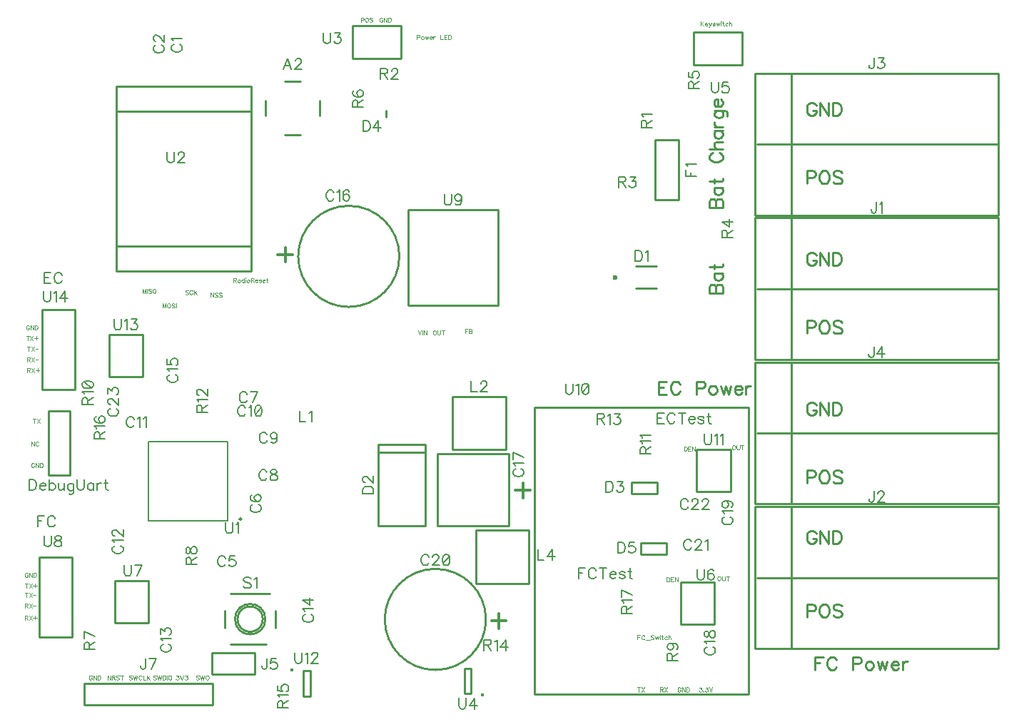
<source format=gbr>
%TF.GenerationSoftware,Novarm,DipTrace,3.3.1.1*%
%TF.CreationDate,2019-02-09T17:58:48-08:00*%
%FSLAX26Y26*%
%MOIN*%
%TF.FileFunction,Legend,Top*%
%TF.Part,Single*%
%ADD10C,0.009843*%
%ADD30C,0.023625*%
%ADD46C,0.007874*%
%ADD52C,0.015389*%
%ADD144C,0.00772*%
%ADD145C,0.003088*%
%ADD146C,0.009264*%
%ADD148C,0.012351*%
G75*
G01*
%LPD*%
X1632455Y3365050D2*
D10*
X1703303D1*
X1793802Y3274552D2*
Y3203703D1*
X1703303Y3113205D2*
X1632455D1*
X1541957Y3203703D2*
Y3274552D1*
X1694077Y2546451D2*
G02X1694077Y2546451I236229J0D01*
G01*
X2677995Y1623692D2*
X2343367D1*
Y1289046D1*
X2677995D1*
Y1623692D1*
X2098530Y850181D2*
G02X2098530Y850181I236229J0D01*
G01*
D30*
X3175382Y2448799D3*
X3271852Y2499980D2*
D10*
X3366327D1*
X3271852Y2397618D2*
X3366327D1*
X2068762Y1668435D2*
Y1290331D1*
X2289235Y1668435D2*
Y1290331D1*
X2068762Y1668435D2*
X2289235D1*
X2068762Y1318191D2*
Y1286924D1*
X2289235D1*
Y1318191D1*
Y1629244D2*
X2068762D1*
X3370092Y1437058D2*
X3250407D1*
Y1492181D1*
X3370092D1*
Y1437058D1*
X2106051Y3228182D2*
Y3196686D1*
X3293789Y1208134D2*
X3413474D1*
Y1153011D1*
X3293789D1*
Y1208134D1*
X628992Y1525106D2*
X528992D1*
Y1825106D1*
X628992D2*
X528992D1*
X628992Y1525106D2*
Y1825106D1*
X3471312Y3089942D2*
X3361076D1*
Y2809997D1*
X3471312D1*
Y3089942D1*
X4964591Y2064349D2*
X3828606D1*
Y2726058D1*
X4964591D1*
Y2064349D1*
Y2395071D2*
X3838603D1*
X3996164Y2725793D2*
Y2064349D1*
X4964678Y714243D2*
X3828694D1*
Y1375951D1*
X4964678D1*
Y714243D1*
Y1044965D2*
X3838691D1*
X3996252Y1375687D2*
Y714243D1*
X4964678Y2739029D2*
X3828694D1*
Y3400738D1*
X4964678D1*
Y2739029D1*
Y3069751D2*
X3838691D1*
X3996252Y3400473D2*
Y2739029D1*
X4964678Y1389172D2*
X3828694D1*
Y2050881D1*
X4964678D1*
Y1389172D1*
Y1719894D2*
X3838691D1*
X3996252Y2050616D2*
Y1389172D1*
X1491500Y593999D2*
Y693999D1*
X1291500Y593999D2*
X1491500D1*
X1291500D2*
Y693999D1*
X1491500D1*
X694028Y550251D2*
X1293972D1*
Y450250D1*
X694028D1*
Y550251D1*
X2415678Y1890798D2*
X2663710D1*
Y1642766D1*
X2415678D1*
Y1890798D1*
X2771765Y1266589D2*
X2523734D1*
Y1018558D1*
X2771765D1*
Y1266589D1*
X1398936Y851332D2*
G02X1398936Y851332I70862J0D01*
G01*
X1560353Y969449D2*
X1379243D1*
X1351673Y890729D2*
Y811960D1*
X1379243Y733215D2*
X1544599D1*
X1587923Y811960D2*
Y890729D1*
X1410751Y851344D2*
G02X1410751Y851344I59046J0D01*
G01*
X1363324Y1311936D2*
D46*
X995196D1*
Y1680064D1*
X1363324D1*
Y1311936D1*
X1419401Y1318820D2*
D10*
G02X1419401Y1318820I4925J0D01*
G01*
X1475802Y2594032D2*
X845881D1*
Y3223890D1*
X1475802D1*
Y2594032D1*
X845881Y2475890D2*
X1475802D1*
Y3342032D1*
X845881D1*
Y2475890D1*
X1946515Y3624513D2*
X2172876D1*
Y3470971D1*
X1946515D1*
Y3624513D1*
D52*
X2555816Y498337D3*
X2501741Y503599D2*
D10*
Y621707D1*
X2470260Y503599D2*
Y621707D1*
X2501741D2*
X2470260D1*
X2501741Y503599D2*
X2470260D1*
X3540097Y3593266D2*
X3766459D1*
Y3439724D1*
X3540097D1*
Y3593266D1*
X3638988Y1023676D2*
X3481511D1*
Y826825D1*
X3638988D1*
Y1023676D1*
X995387Y833075D2*
X837889D1*
Y1029925D1*
X995387D1*
Y833075D1*
X485631Y767834D2*
X639174D1*
Y1141878D1*
X485631D1*
Y767834D1*
X2206611Y2763551D2*
X2626691D1*
Y2317488D1*
X2206611D1*
Y2763551D1*
X2797749Y1841499D2*
X3797749D1*
Y501499D1*
X2797749D1*
Y1841499D1*
X3713574Y1643373D2*
X3556098D1*
Y1446522D1*
X3713574D1*
Y1643373D1*
D52*
X1664684Y614663D3*
X1718760Y609401D2*
D10*
Y491293D1*
X1750240Y609401D2*
Y491293D1*
X1718760D2*
X1750240D1*
X1718760Y609401D2*
X1750240D1*
X967835Y1982885D2*
X810338D1*
Y2179735D1*
X967835D1*
Y1982885D1*
X498130Y1923962D2*
X651672D1*
Y2298006D1*
X498130D1*
Y1923962D1*
X1662585Y3420899D2*
D144*
X1643406Y3471139D1*
X1624283Y3420899D1*
X1631468Y3437646D2*
X1655400D1*
X1680456Y3459146D2*
Y3461522D1*
X1682833Y3466331D1*
X1685209Y3468707D1*
X1690018Y3471084D1*
X1699579D1*
X1704332Y3468707D1*
X1706709Y3466331D1*
X1709141Y3461522D1*
Y3456769D1*
X1706709Y3451961D1*
X1701956Y3444831D1*
X1678024Y3420899D1*
X1711517D1*
X1113962Y3537147D2*
X1109209Y3534770D1*
X1104400Y3529961D1*
X1102024Y3525208D1*
Y3515647D1*
X1104400Y3510838D1*
X1109209Y3506085D1*
X1113962Y3503653D1*
X1121147Y3501277D1*
X1133140D1*
X1140270Y3503653D1*
X1145079Y3506085D1*
X1149832Y3510838D1*
X1152264Y3515647D1*
Y3525208D1*
X1149832Y3529961D1*
X1145079Y3534770D1*
X1140270Y3537146D1*
X1111641Y3552586D2*
X1109209Y3557394D1*
X1102079Y3564579D1*
X1152264D1*
X1029280Y3533433D2*
X1024526Y3531057D1*
X1019718Y3526248D1*
X1017341Y3521495D1*
Y3511934D1*
X1019718Y3507125D1*
X1024526Y3502372D1*
X1029279Y3499940D1*
X1036464Y3497563D1*
X1048458D1*
X1055588Y3499940D1*
X1060396Y3502372D1*
X1065149Y3507125D1*
X1067581Y3511933D1*
Y3521495D1*
X1065149Y3526248D1*
X1060396Y3531057D1*
X1055588Y3533433D1*
X1029335Y3551304D2*
X1026958D1*
X1022150Y3553681D1*
X1019773Y3556058D1*
X1017397Y3560866D1*
Y3570428D1*
X1019773Y3575181D1*
X1022150Y3577557D1*
X1026958Y3579989D1*
X1031711D1*
X1036520Y3577557D1*
X1043650Y3572804D1*
X1067581Y3548873D1*
Y3582366D1*
X1354185Y1135131D2*
X1351809Y1139885D1*
X1347000Y1144693D1*
X1342247Y1147070D1*
X1332685D1*
X1327877Y1144693D1*
X1323124Y1139885D1*
X1320692Y1135131D1*
X1318315Y1127946D1*
Y1115953D1*
X1320692Y1108823D1*
X1323124Y1104015D1*
X1327877Y1099261D1*
X1332685Y1096830D1*
X1342247D1*
X1347000Y1099261D1*
X1351809Y1104015D1*
X1354185Y1108823D1*
X1398309Y1147014D2*
X1374433D1*
X1372056Y1125514D1*
X1374433Y1127891D1*
X1381618Y1130323D1*
X1388748D1*
X1395933Y1127891D1*
X1400741Y1123138D1*
X1403118Y1115953D1*
Y1111200D1*
X1400741Y1104015D1*
X1395933Y1099206D1*
X1388748Y1096830D1*
X1381618D1*
X1374433Y1099206D1*
X1372056Y1101638D1*
X1369624Y1106391D1*
X1481780Y1386471D2*
X1477026Y1384094D1*
X1472218Y1379286D1*
X1469841Y1374533D1*
Y1364971D1*
X1472218Y1360163D1*
X1477026Y1355409D1*
X1481779Y1352977D1*
X1488964Y1350601D1*
X1500958D1*
X1508088Y1352977D1*
X1512896Y1355409D1*
X1517649Y1360163D1*
X1520081Y1364971D1*
Y1374533D1*
X1517649Y1379286D1*
X1512896Y1384094D1*
X1508088Y1386471D1*
X1477026Y1430595D2*
X1472273Y1428218D1*
X1469897Y1421033D1*
Y1416280D1*
X1472273Y1409095D1*
X1479458Y1404287D1*
X1491396Y1401910D1*
X1503335D1*
X1512896Y1404287D1*
X1517705Y1409095D1*
X1520081Y1416280D1*
Y1418657D1*
X1517705Y1425786D1*
X1512896Y1430595D1*
X1505711Y1432971D1*
X1503335D1*
X1496150Y1430595D1*
X1491396Y1425786D1*
X1489020Y1418657D1*
Y1416280D1*
X1491396Y1409095D1*
X1496150Y1404287D1*
X1503335Y1401910D1*
X1455656Y1901436D2*
X1453280Y1906189D1*
X1448471Y1910997D1*
X1443718Y1913374D1*
X1434156D1*
X1429348Y1910997D1*
X1424595Y1906189D1*
X1422163Y1901436D1*
X1419786Y1894251D1*
Y1882257D1*
X1422163Y1875127D1*
X1424595Y1870319D1*
X1429348Y1865566D1*
X1434156Y1863134D1*
X1443718D1*
X1448471Y1865566D1*
X1453280Y1870319D1*
X1455656Y1875127D1*
X1480657Y1863134D2*
X1504589Y1913319D1*
X1471096D1*
X1547781Y1537470D2*
X1545405Y1542223D1*
X1540596Y1547032D1*
X1535843Y1549408D1*
X1526281D1*
X1521473Y1547032D1*
X1516720Y1542223D1*
X1514288Y1537470D1*
X1511911Y1530285D1*
Y1518291D1*
X1514288Y1511162D1*
X1516720Y1506353D1*
X1521473Y1501600D1*
X1526281Y1499168D1*
X1535843D1*
X1540596Y1501600D1*
X1545405Y1506353D1*
X1547781Y1511162D1*
X1575159Y1549353D2*
X1568029Y1546976D1*
X1565597Y1542223D1*
Y1537415D1*
X1568029Y1532661D1*
X1572782Y1530230D1*
X1582344Y1527853D1*
X1589529Y1525476D1*
X1594282Y1520668D1*
X1596658Y1515915D1*
Y1508730D1*
X1594282Y1503977D1*
X1591905Y1501545D1*
X1584720Y1499168D1*
X1575159D1*
X1568029Y1501545D1*
X1565597Y1503977D1*
X1563220Y1508730D1*
Y1515915D1*
X1565597Y1520668D1*
X1570405Y1525476D1*
X1577535Y1527853D1*
X1587097Y1530230D1*
X1591905Y1532661D1*
X1594282Y1537415D1*
Y1542223D1*
X1591905Y1546976D1*
X1584720Y1549353D1*
X1575159D1*
X1548942Y1712470D2*
X1546565Y1717223D1*
X1541757Y1722032D1*
X1537004Y1724408D1*
X1527442D1*
X1522633Y1722032D1*
X1517880Y1717223D1*
X1515448Y1712470D1*
X1513072Y1705285D1*
Y1693291D1*
X1515448Y1686162D1*
X1517880Y1681353D1*
X1522633Y1676600D1*
X1527442Y1674168D1*
X1537004D1*
X1541757Y1676600D1*
X1546565Y1681353D1*
X1548942Y1686162D1*
X1595498Y1707661D2*
X1593066Y1700476D1*
X1588313Y1695668D1*
X1581128Y1693291D1*
X1578751D1*
X1571566Y1695668D1*
X1566813Y1700476D1*
X1564381Y1707661D1*
Y1710038D1*
X1566813Y1717223D1*
X1571566Y1721976D1*
X1578751Y1724353D1*
X1581128D1*
X1588313Y1721976D1*
X1593066Y1717223D1*
X1595498Y1707661D1*
Y1695668D1*
X1593066Y1683730D1*
X1588313Y1676545D1*
X1581128Y1674168D1*
X1576374D1*
X1569189Y1676545D1*
X1566813Y1681353D1*
X1448468Y1837471D2*
X1446091Y1842224D1*
X1441282Y1847033D1*
X1436529Y1849409D1*
X1426968D1*
X1422159Y1847033D1*
X1417406Y1842224D1*
X1414974Y1837471D1*
X1412598Y1830286D1*
Y1818293D1*
X1414974Y1811163D1*
X1417406Y1806354D1*
X1422159Y1801601D1*
X1426968Y1799169D1*
X1436529D1*
X1441282Y1801601D1*
X1446091Y1806354D1*
X1448468Y1811163D1*
X1463907Y1839793D2*
X1468715Y1842224D1*
X1475900Y1849354D1*
Y1799169D1*
X1505710Y1849354D2*
X1498525Y1846978D1*
X1493716Y1839793D1*
X1491340Y1827854D1*
Y1820669D1*
X1493716Y1808731D1*
X1498525Y1801546D1*
X1505710Y1799169D1*
X1510463D1*
X1517648Y1801546D1*
X1522401Y1808731D1*
X1524833Y1820669D1*
Y1827854D1*
X1522401Y1839793D1*
X1517648Y1846978D1*
X1510463Y1849354D1*
X1505710D1*
X1522401Y1839793D2*
X1493716Y1808731D1*
X928052Y1785360D2*
X925676Y1790113D1*
X920867Y1794921D1*
X916114Y1797298D1*
X906552D1*
X901744Y1794921D1*
X896991Y1790113D1*
X894559Y1785360D1*
X892182Y1778175D1*
Y1766181D1*
X894559Y1759051D1*
X896991Y1754243D1*
X901744Y1749490D1*
X906552Y1747058D1*
X916114D1*
X920867Y1749490D1*
X925676Y1754243D1*
X928052Y1759051D1*
X943491Y1787681D2*
X948300Y1790113D1*
X955485Y1797243D1*
Y1747058D1*
X970924Y1787681D2*
X975733Y1790113D1*
X982918Y1797243D1*
Y1747058D1*
X838030Y1194716D2*
X833277Y1192339D1*
X828469Y1187531D1*
X826092Y1182777D1*
Y1173216D1*
X828468Y1168407D1*
X833277Y1163654D1*
X838030Y1161222D1*
X845215Y1158846D1*
X857209D1*
X864338Y1161222D1*
X869147Y1163654D1*
X873900Y1168407D1*
X876332Y1173216D1*
Y1182777D1*
X873900Y1187531D1*
X869147Y1192339D1*
X864338Y1194716D1*
X835709Y1210155D2*
X833277Y1214963D1*
X826147Y1222148D1*
X876332D1*
X838085Y1240019D2*
X835709D1*
X830900Y1242396D1*
X828524Y1244773D1*
X826147Y1249581D1*
Y1259143D1*
X828524Y1263896D1*
X830900Y1266272D1*
X835709Y1268704D1*
X840462D1*
X845270Y1266272D1*
X852400Y1261519D1*
X876332Y1237588D1*
Y1271081D1*
X1063029Y734037D2*
X1058276Y731661D1*
X1053467Y726852D1*
X1051091Y722099D1*
Y712537D1*
X1053467Y707729D1*
X1058276Y702976D1*
X1063029Y700544D1*
X1070214Y698167D1*
X1082207D1*
X1089337Y700544D1*
X1094146Y702976D1*
X1098899Y707729D1*
X1101331Y712537D1*
Y722099D1*
X1098899Y726852D1*
X1094146Y731661D1*
X1089337Y734037D1*
X1060708Y749476D2*
X1058276Y754285D1*
X1051146Y761470D1*
X1101331D1*
X1051146Y781718D2*
Y807971D1*
X1070269Y793656D1*
Y800841D1*
X1072646Y805594D1*
X1075022Y807971D1*
X1082207Y810402D1*
X1086961D1*
X1094146Y807971D1*
X1098954Y803217D1*
X1101331Y796032D1*
Y788847D1*
X1098954Y781718D1*
X1096522Y779341D1*
X1091769Y776909D1*
X1727028Y873111D2*
X1722274Y870735D1*
X1717466Y865926D1*
X1715089Y861173D1*
Y851612D1*
X1717466Y846803D1*
X1722274Y842050D1*
X1727027Y839618D1*
X1734213Y837241D1*
X1746206D1*
X1753336Y839618D1*
X1758144Y842050D1*
X1762897Y846803D1*
X1765329Y851611D1*
Y861173D1*
X1762897Y865926D1*
X1758144Y870735D1*
X1753336Y873111D1*
X1724706Y888551D2*
X1722274Y893359D1*
X1715145Y900544D1*
X1765329D1*
Y939915D2*
X1715145D1*
X1748583Y915983D1*
Y951853D1*
X1094268Y1994717D2*
X1089515Y1992340D1*
X1084706Y1987532D1*
X1082329Y1982779D1*
Y1973217D1*
X1084706Y1968409D1*
X1089514Y1963656D1*
X1094268Y1961224D1*
X1101453Y1958847D1*
X1113446D1*
X1120576Y1961224D1*
X1125384Y1963656D1*
X1130138Y1968409D1*
X1132569Y1973217D1*
Y1982779D1*
X1130138Y1987532D1*
X1125384Y1992340D1*
X1120576Y1994717D1*
X1091946Y2010156D2*
X1089515Y2014965D1*
X1082385Y2022150D1*
X1132569D1*
X1082385Y2066274D2*
Y2042397D1*
X1103885Y2040021D1*
X1101508Y2042397D1*
X1099076Y2049582D1*
Y2056712D1*
X1101508Y2063897D1*
X1106261Y2068706D1*
X1113446Y2071082D1*
X1118199D1*
X1125384Y2068706D1*
X1130193Y2063897D1*
X1132569Y2056712D1*
Y2049582D1*
X1130193Y2042397D1*
X1127761Y2040021D1*
X1123008Y2037589D1*
X1860644Y2843957D2*
X1858268Y2848710D1*
X1853459Y2853518D1*
X1848706Y2855895D1*
X1839144D1*
X1834336Y2853518D1*
X1829583Y2848710D1*
X1827151Y2843957D1*
X1824774Y2836772D1*
Y2824778D1*
X1827151Y2817648D1*
X1829583Y2812840D1*
X1834336Y2808087D1*
X1839144Y2805655D1*
X1848706D1*
X1853459Y2808087D1*
X1858268Y2812840D1*
X1860644Y2817648D1*
X1876083Y2846278D2*
X1880892Y2848710D1*
X1888077Y2855840D1*
Y2805655D1*
X1932201Y2848710D2*
X1929824Y2853463D1*
X1922639Y2855840D1*
X1917886D1*
X1910701Y2853463D1*
X1905893Y2846278D1*
X1903516Y2834340D1*
Y2822402D1*
X1905893Y2812840D1*
X1910701Y2808032D1*
X1917886Y2805655D1*
X1920263D1*
X1927393Y2808032D1*
X1932201Y2812840D1*
X1934578Y2820025D1*
Y2822402D1*
X1932201Y2829587D1*
X1927393Y2834340D1*
X1920263Y2836716D1*
X1917886D1*
X1910701Y2834340D1*
X1905893Y2829587D1*
X1903516Y2822402D1*
X2709815Y1553444D2*
X2705062Y1551067D1*
X2700253Y1546259D1*
X2697877Y1541506D1*
Y1531944D1*
X2700253Y1527136D1*
X2705062Y1522383D1*
X2709815Y1519951D1*
X2717000Y1517574D1*
X2728993D1*
X2736123Y1519951D1*
X2740932Y1522383D1*
X2745685Y1527136D1*
X2748117Y1531944D1*
Y1541506D1*
X2745685Y1546259D1*
X2740932Y1551067D1*
X2736123Y1553444D1*
X2707494Y1568883D2*
X2705062Y1573692D1*
X2697932Y1580877D1*
X2748117D1*
Y1605878D2*
X2697932Y1629809D1*
Y1596316D1*
X3604281Y721565D2*
X3599528Y719188D1*
X3594719Y714380D1*
X3592343Y709627D1*
Y700065D1*
X3594719Y695257D1*
X3599528Y690503D1*
X3604281Y688072D1*
X3611466Y685695D1*
X3623459D1*
X3630589Y688072D1*
X3635398Y690503D1*
X3640151Y695257D1*
X3642583Y700065D1*
Y709627D1*
X3640151Y714380D1*
X3635398Y719188D1*
X3630589Y721565D1*
X3601960Y737004D2*
X3599528Y741812D1*
X3592398Y748998D1*
X3642583Y748997D1*
X3592398Y776375D2*
X3594774Y769245D1*
X3599528Y766813D1*
X3604336D1*
X3609089Y769245D1*
X3611521Y773998D1*
X3613898Y783560D1*
X3616274Y790745D1*
X3621083Y795498D1*
X3625836Y797875D1*
X3633021D1*
X3637774Y795498D1*
X3640206Y793122D1*
X3642583Y785937D1*
Y776375D1*
X3640206Y769245D1*
X3637774Y766813D1*
X3633021Y764437D1*
X3625836D1*
X3621083Y766813D1*
X3616274Y771622D1*
X3613898Y778752D1*
X3611521Y788313D1*
X3609089Y793122D1*
X3604336Y795498D1*
X3599528D1*
X3594774Y793122D1*
X3592398Y785937D1*
Y776375D1*
X3685530Y1328975D2*
X3680777Y1326598D1*
X3675969Y1321790D1*
X3673592Y1317037D1*
Y1307475D1*
X3675968Y1302667D1*
X3680777Y1297913D1*
X3685530Y1295482D1*
X3692715Y1293105D1*
X3704709D1*
X3711838Y1295482D1*
X3716647Y1297913D1*
X3721400Y1302667D1*
X3723832Y1307475D1*
Y1317037D1*
X3721400Y1321790D1*
X3716647Y1326598D1*
X3711838Y1328975D1*
X3683209Y1344414D2*
X3680777Y1349222D1*
X3673647Y1356408D1*
X3723832Y1356407D1*
X3690339Y1402963D2*
X3697524Y1400532D1*
X3702332Y1395778D1*
X3704709Y1388593D1*
Y1386217D1*
X3702332Y1379032D1*
X3697524Y1374279D1*
X3690339Y1371847D1*
X3687962D1*
X3680777Y1374279D1*
X3676024Y1379032D1*
X3673647Y1386217D1*
Y1388593D1*
X3676024Y1395778D1*
X3680777Y1400532D1*
X3690339Y1402963D1*
X3702332D1*
X3714270Y1400532D1*
X3721455Y1395778D1*
X3723832Y1388593D1*
Y1383840D1*
X3721455Y1376655D1*
X3716647Y1374279D1*
X2304392Y1141436D2*
X2302016Y1146189D1*
X2297207Y1150997D1*
X2292454Y1153374D1*
X2282892D1*
X2278084Y1150997D1*
X2273331Y1146189D1*
X2270899Y1141436D1*
X2268522Y1134251D1*
Y1122257D1*
X2270899Y1115127D1*
X2273331Y1110319D1*
X2278084Y1105566D1*
X2282892Y1103134D1*
X2292454D1*
X2297207Y1105566D1*
X2302016Y1110319D1*
X2304392Y1115127D1*
X2322263Y1141381D2*
Y1143757D1*
X2324640Y1148566D1*
X2327016Y1150942D1*
X2331825Y1153319D1*
X2341387D1*
X2346140Y1150942D1*
X2348516Y1148566D1*
X2350948Y1143757D1*
Y1139004D1*
X2348516Y1134195D1*
X2343763Y1127066D1*
X2319831Y1103134D1*
X2353325D1*
X2383134Y1153319D2*
X2375949Y1150942D1*
X2371141Y1143757D1*
X2368764Y1131819D1*
Y1124634D1*
X2371141Y1112696D1*
X2375949Y1105511D1*
X2383134Y1103134D1*
X2387887D1*
X2395072Y1105511D1*
X2399825Y1112696D1*
X2402257Y1124634D1*
Y1131819D1*
X2399825Y1143757D1*
X2395072Y1150942D1*
X2387887Y1153319D1*
X2383134D1*
X2399825Y1143757D2*
X2371141Y1112696D1*
X3531537Y1212469D2*
X3529160Y1217222D1*
X3524352Y1222030D1*
X3519599Y1224407D1*
X3510037D1*
X3505229Y1222030D1*
X3500476Y1217222D1*
X3498044Y1212469D1*
X3495667Y1205284D1*
Y1193290D1*
X3498044Y1186160D1*
X3500476Y1181352D1*
X3505229Y1176599D1*
X3510037Y1174167D1*
X3519599D1*
X3524352Y1176599D1*
X3529160Y1181352D1*
X3531537Y1186160D1*
X3549408Y1212413D2*
Y1214790D1*
X3551785Y1219598D1*
X3554161Y1221975D1*
X3558970Y1224352D1*
X3568531D1*
X3573285Y1221975D1*
X3575661Y1219598D1*
X3578093Y1214790D1*
Y1210037D1*
X3575661Y1205228D1*
X3570908Y1198099D1*
X3546976Y1174167D1*
X3580470D1*
X3595909Y1214790D2*
X3600717Y1217222D1*
X3607902Y1224352D1*
Y1174167D1*
X3515447Y1402190D2*
X3513071Y1406944D1*
X3508262Y1411752D1*
X3503509Y1414129D1*
X3493947D1*
X3489139Y1411752D1*
X3484386Y1406944D1*
X3481954Y1402190D1*
X3479577Y1395005D1*
Y1383012D1*
X3481954Y1375882D1*
X3484386Y1371074D1*
X3489139Y1366320D1*
X3493947Y1363889D1*
X3503509D1*
X3508262Y1366320D1*
X3513071Y1371074D1*
X3515447Y1375882D1*
X3533318Y1402135D2*
Y1404512D1*
X3535695Y1409320D1*
X3538072Y1411697D1*
X3542880Y1414073D1*
X3552442D1*
X3557195Y1411697D1*
X3559571Y1409320D1*
X3562003Y1404512D1*
Y1399759D1*
X3559571Y1394950D1*
X3554818Y1387820D1*
X3530887Y1363889D1*
X3564380D1*
X3582251Y1402135D2*
Y1404512D1*
X3584628Y1409320D1*
X3587004Y1411697D1*
X3591813Y1414073D1*
X3601374D1*
X3606127Y1411697D1*
X3608504Y1409320D1*
X3610936Y1404512D1*
Y1399759D1*
X3608504Y1394950D1*
X3603751Y1387820D1*
X3579819Y1363889D1*
X3613312D1*
X816740Y1835609D2*
X811987Y1833232D1*
X807179Y1828424D1*
X804802Y1823671D1*
Y1814109D1*
X807178Y1809301D1*
X811987Y1804547D1*
X816740Y1802115D1*
X823925Y1799739D1*
X835919D1*
X843048Y1802115D1*
X847857Y1804547D1*
X852610Y1809300D1*
X855042Y1814109D1*
Y1823671D1*
X852610Y1828424D1*
X847857Y1833232D1*
X843048Y1835609D1*
X816795Y1853480D2*
X814419D1*
X809610Y1855856D1*
X807234Y1858233D1*
X804857Y1863041D1*
Y1872603D1*
X807234Y1877356D1*
X809610Y1879733D1*
X814419Y1882165D1*
X819172D1*
X823980Y1879733D1*
X831110Y1874980D1*
X855042Y1851048D1*
Y1884541D1*
X804857Y1904789D2*
Y1931042D1*
X823980Y1916727D1*
Y1923912D1*
X826357Y1928665D1*
X828734Y1931042D1*
X835919Y1933474D1*
X840672D1*
X847857Y1931042D1*
X852665Y1926289D1*
X855042Y1919104D1*
Y1911919D1*
X852665Y1904789D1*
X850233Y1902412D1*
X845480Y1899981D1*
X3267954Y2573203D2*
Y2522963D1*
X3284701D1*
X3291886Y2525395D1*
X3296694Y2530148D1*
X3299071Y2534957D1*
X3301448Y2542087D1*
Y2554080D1*
X3299071Y2561265D1*
X3296694Y2566018D1*
X3291886Y2570827D1*
X3284701Y2573203D1*
X3267954D1*
X3316887Y2563586D2*
X3321695Y2566018D1*
X3328880Y2573148D1*
Y2522963D1*
X1995539Y1438170D2*
X2045779D1*
Y1454917D1*
X2043348Y1462102D1*
X2038594Y1466910D1*
X2033786Y1469287D1*
X2026656Y1471664D1*
X2014663D1*
X2007478Y1469287D1*
X2002724Y1466911D1*
X1997916Y1462102D1*
X1995539Y1454917D1*
Y1438170D1*
X2007533Y1489535D2*
X2005156D1*
X2000348Y1491911D1*
X1997971Y1494288D1*
X1995595Y1499096D1*
Y1508658D1*
X1997971Y1513411D1*
X2000348Y1515788D1*
X2005156Y1518220D1*
X2009910D1*
X2014718Y1515788D1*
X2021848Y1511035D1*
X2045779Y1487103D1*
Y1520596D1*
X3131536Y1494929D2*
Y1444689D1*
X3148283D1*
X3155468Y1447121D1*
X3160277Y1451874D1*
X3162653Y1456683D1*
X3165030Y1463812D1*
Y1475806D1*
X3162653Y1482991D1*
X3160277Y1487744D1*
X3155468Y1492553D1*
X3148283Y1494929D1*
X3131536D1*
X3185277Y1494874D2*
X3211530D1*
X3197216Y1475751D1*
X3204401D1*
X3209154Y1473374D1*
X3211530Y1470997D1*
X3213962Y1463812D1*
Y1459059D1*
X3211530Y1451874D1*
X3206777Y1447066D1*
X3199592Y1444689D1*
X3192407D1*
X3185277Y1447066D1*
X3182901Y1449498D1*
X3180469Y1454251D1*
X1996377Y3180356D2*
Y3130116D1*
X2013124D1*
X2020309Y3132547D1*
X2025117Y3137301D1*
X2027494Y3142109D1*
X2029870Y3149239D1*
Y3161232D1*
X2027494Y3168417D1*
X2025117Y3173171D1*
X2020309Y3177979D1*
X2013124Y3180356D1*
X1996377D1*
X2069241Y3130116D2*
Y3180300D1*
X2045310Y3146862D1*
X2081179D1*
X3187418Y1210882D2*
Y1160642D1*
X3204165D1*
X3211350Y1163074D1*
X3216158Y1167827D1*
X3218535Y1172635D1*
X3220912Y1179765D1*
Y1191759D1*
X3218535Y1198944D1*
X3216158Y1203697D1*
X3211350Y1208505D1*
X3204165Y1210882D1*
X3187418D1*
X3265036Y1210827D2*
X3241159D1*
X3238783Y1189327D1*
X3241159Y1191703D1*
X3248344Y1194135D1*
X3255474D1*
X3262659Y1191703D1*
X3267468Y1186950D1*
X3269844Y1179765D1*
Y1175012D1*
X3267468Y1167827D1*
X3262659Y1163018D1*
X3255474Y1160642D1*
X3248344D1*
X3241159Y1163018D1*
X3238783Y1165450D1*
X3236351Y1170203D1*
X437818Y1504579D2*
Y1454339D1*
X454564D1*
X461749Y1456771D1*
X466558Y1461524D1*
X468934Y1466332D1*
X471311Y1473462D1*
Y1485455D1*
X468934Y1492641D1*
X466558Y1497394D1*
X461749Y1502202D1*
X454564Y1504579D1*
X437818D1*
X486750Y1473462D2*
X515435D1*
Y1478270D1*
X513059Y1483079D1*
X510682Y1485455D1*
X505873Y1487832D1*
X498688D1*
X493935Y1485455D1*
X489127Y1480647D1*
X486750Y1473462D1*
Y1468709D1*
X489127Y1461524D1*
X493935Y1456771D1*
X498688Y1454339D1*
X505873D1*
X510682Y1456771D1*
X515435Y1461524D1*
X530874Y1504579D2*
Y1454339D1*
Y1480647D2*
X535683Y1485455D1*
X540436Y1487832D1*
X547621D1*
X552374Y1485455D1*
X557183Y1480647D1*
X559559Y1473462D1*
Y1468709D1*
X557183Y1461524D1*
X552374Y1456771D1*
X547621Y1454339D1*
X540436D1*
X535683Y1456771D1*
X530874Y1461524D1*
X574999Y1487832D2*
Y1463900D1*
X577375Y1456771D1*
X582184Y1454339D1*
X589369D1*
X594122Y1456771D1*
X601307Y1463900D1*
Y1487832D2*
Y1454339D1*
X645431Y1485455D2*
Y1447154D1*
X643054Y1440024D1*
X640678Y1437592D1*
X635869Y1435215D1*
X628684D1*
X623931Y1437592D1*
X645431Y1478270D2*
X640678Y1483024D1*
X635869Y1485455D1*
X628684D1*
X623931Y1483024D1*
X619123Y1478270D1*
X616746Y1471085D1*
Y1466277D1*
X619123Y1459147D1*
X623931Y1454339D1*
X628684Y1451962D1*
X635869D1*
X640678Y1454339D1*
X645431Y1459147D1*
X660870Y1504579D2*
Y1468709D1*
X663247Y1461524D1*
X668055Y1456771D1*
X675240Y1454339D1*
X679993D1*
X687178Y1456771D1*
X691987Y1461524D1*
X694364Y1468709D1*
Y1504579D1*
X738488Y1487832D2*
Y1454339D1*
Y1480647D2*
X733734Y1485455D1*
X728926Y1487832D1*
X721796D1*
X716988Y1485455D1*
X712235Y1480647D1*
X709803Y1473462D1*
Y1468709D1*
X712235Y1461524D1*
X716988Y1456771D1*
X721796Y1454339D1*
X728926D1*
X733734Y1456771D1*
X738488Y1461524D1*
X753927Y1487832D2*
Y1454339D1*
Y1473462D2*
X756359Y1480647D1*
X761112Y1485455D1*
X765920Y1487832D1*
X773105D1*
X795730Y1504579D2*
Y1463900D1*
X798106Y1456771D1*
X802915Y1454339D1*
X807668D1*
X788545Y1487832D2*
X805291D1*
X3505471Y2950513D2*
Y2919396D1*
X3555711D1*
X3529403D2*
Y2938519D1*
X3515088Y2965952D2*
X3512656Y2970760D1*
X3505526Y2977945D1*
X3555711D1*
X4394848Y2799281D2*
Y2761034D1*
X4392471Y2753849D1*
X4390039Y2751473D1*
X4385286Y2749041D1*
X4380478D1*
X4375725Y2751473D1*
X4373348Y2753849D1*
X4370916Y2761034D1*
Y2765787D1*
X4410287Y2789664D2*
X4415096Y2792096D1*
X4422281Y2799226D1*
Y2749041D1*
X4384186Y1449175D2*
Y1410928D1*
X4381809Y1403743D1*
X4379377Y1401366D1*
X4374624Y1398935D1*
X4369816D1*
X4365063Y1401366D1*
X4362686Y1403743D1*
X4360254Y1410928D1*
Y1415681D1*
X4402057Y1437181D2*
Y1439558D1*
X4404434Y1444366D1*
X4406810Y1446743D1*
X4411619Y1449119D1*
X4421180D1*
X4425933Y1446743D1*
X4428310Y1444366D1*
X4430742Y1439558D1*
Y1434804D1*
X4428310Y1429996D1*
X4423557Y1422866D1*
X4399625Y1398935D1*
X4433119D1*
X4384186Y3473961D2*
Y3435714D1*
X4381809Y3428529D1*
X4379377Y3426152D1*
X4374624Y3423721D1*
X4369816D1*
X4365063Y3426152D1*
X4362686Y3428529D1*
X4360254Y3435714D1*
Y3440467D1*
X4404434Y3473905D2*
X4430687D1*
X4416372Y3454782D1*
X4423557D1*
X4428310Y3452405D1*
X4430687Y3450029D1*
X4433119Y3442844D1*
Y3438091D1*
X4430687Y3430906D1*
X4425933Y3426097D1*
X4418748Y3423721D1*
X4411563D1*
X4404434Y3426097D1*
X4402057Y3428529D1*
X4399625Y3433282D1*
X4382998Y2124104D2*
Y2085857D1*
X4380621Y2078672D1*
X4378189Y2076296D1*
X4373436Y2073864D1*
X4368628D1*
X4363874Y2076296D1*
X4361498Y2078672D1*
X4359066Y2085857D1*
Y2090610D1*
X4422369Y2073864D2*
Y2124048D1*
X4398437Y2090610D1*
X4434307D1*
X1547749Y667222D2*
Y628975D1*
X1545372Y621790D1*
X1542940Y619414D1*
X1538187Y616982D1*
X1533379D1*
X1528626Y619414D1*
X1526249Y621790D1*
X1523817Y628975D1*
Y633728D1*
X1591873Y667167D2*
X1567997D1*
X1565620Y645667D1*
X1567997Y648043D1*
X1575182Y650475D1*
X1582311D1*
X1589496Y648043D1*
X1594305Y643290D1*
X1596681Y636105D1*
Y631352D1*
X1594305Y624167D1*
X1589496Y619358D1*
X1582311Y616982D1*
X1575182D1*
X1567997Y619358D1*
X1565620Y621790D1*
X1563188Y626543D1*
X981500Y667224D2*
Y628977D1*
X979123Y621792D1*
X976691Y619416D1*
X971938Y616984D1*
X967129D1*
X962376Y619416D1*
X960000Y621792D1*
X957568Y628977D1*
Y633730D1*
X1006500Y616984D2*
X1030432Y667168D1*
X996939D1*
X1700694Y1824408D2*
Y1774168D1*
X1729379D1*
X1744819Y1814791D2*
X1749627Y1817223D1*
X1756812Y1824353D1*
Y1774168D1*
X2500885Y1964021D2*
Y1913781D1*
X2529570D1*
X2547441Y1952027D2*
Y1954404D1*
X2549818Y1959213D1*
X2552195Y1961589D1*
X2557003Y1963966D1*
X2566565D1*
X2571318Y1961589D1*
X2573695Y1959213D1*
X2576126Y1954404D1*
Y1949651D1*
X2573695Y1944842D1*
X2568941Y1937713D1*
X2545010Y1913781D1*
X2578503D1*
X2814002Y1177312D2*
Y1127072D1*
X2842687D1*
X2882058D2*
Y1177257D1*
X2858126Y1143819D1*
X2893996D1*
X3320865Y3148311D2*
Y3169811D1*
X3318433Y3176996D1*
X3316056Y3179428D1*
X3311303Y3181805D1*
X3306495D1*
X3301742Y3179428D1*
X3299310Y3176996D1*
X3296933Y3169811D1*
Y3148311D1*
X3347173D1*
X3320865Y3165058D2*
X3347173Y3181805D1*
X3306550Y3197244D2*
X3304118Y3202052D1*
X3296988Y3209237D1*
X3347173D1*
X2079175Y3400134D2*
X2100675D1*
X2107860Y3402566D1*
X2110292Y3404942D1*
X2112669Y3409696D1*
Y3414504D1*
X2110292Y3419257D1*
X2107860Y3421689D1*
X2100675Y3424066D1*
X2079175D1*
Y3373826D1*
X2095922Y3400134D2*
X2112669Y3373826D1*
X2130540Y3412072D2*
Y3414449D1*
X2132917Y3419257D1*
X2135293Y3421634D1*
X2140102Y3424010D1*
X2149663D1*
X2154416Y3421634D1*
X2156793Y3419257D1*
X2159225Y3414449D1*
Y3409696D1*
X2156793Y3404887D1*
X2152040Y3397757D1*
X2128108Y3373826D1*
X2161601D1*
X3190002Y2894227D2*
X3211502D1*
X3218687Y2896659D1*
X3221119Y2899036D1*
X3223496Y2903789D1*
Y2908597D1*
X3221119Y2913350D1*
X3218687Y2915782D1*
X3211502Y2918159D1*
X3190002D1*
Y2867919D1*
X3206749Y2894227D2*
X3223496Y2867919D1*
X3243743Y2918104D2*
X3269996D1*
X3255682Y2898980D1*
X3262867D1*
X3267620Y2896604D1*
X3269996Y2894227D1*
X3272428Y2887042D1*
Y2882289D1*
X3269996Y2875104D1*
X3265243Y2870295D1*
X3258058Y2867919D1*
X3250873D1*
X3243743Y2870295D1*
X3241367Y2872727D1*
X3238935Y2877480D1*
X3697524Y2635065D2*
Y2656565D1*
X3695092Y2663750D1*
X3692715Y2666181D1*
X3687962Y2668558D1*
X3683154D1*
X3678400Y2666181D1*
X3675969Y2663750D1*
X3673592Y2656565D1*
Y2635065D1*
X3723832D1*
X3697524Y2651811D2*
X3723832Y2668558D1*
Y2707929D2*
X3673647D1*
X3707085Y2683997D1*
Y2719867D1*
X3540955Y3329686D2*
Y3351186D1*
X3538524Y3358371D1*
X3536147Y3360803D1*
X3531394Y3363179D1*
X3526585D1*
X3521832Y3360803D1*
X3519400Y3358371D1*
X3517024Y3351186D1*
Y3329686D1*
X3567264D1*
X3540955Y3346433D2*
X3567264Y3363179D1*
X3517079Y3407304D2*
Y3383427D1*
X3538579Y3381051D1*
X3536202Y3383427D1*
X3533770Y3390612D1*
Y3397742D1*
X3536202Y3404927D1*
X3540955Y3409735D1*
X3548140Y3412112D1*
X3552894D1*
X3560079Y3409735D1*
X3564887Y3404927D1*
X3567264Y3397742D1*
Y3390612D1*
X3564887Y3383427D1*
X3562455Y3381050D1*
X3557702Y3378619D1*
X1972371Y3243378D2*
Y3264878D1*
X1969940Y3272063D1*
X1967563Y3274495D1*
X1962810Y3276872D1*
X1958001D1*
X1953248Y3274495D1*
X1950816Y3272063D1*
X1948440Y3264878D1*
Y3243378D1*
X1998680D1*
X1972371Y3260125D2*
X1998680Y3276872D1*
X1955625Y3320996D2*
X1950872Y3318619D1*
X1948495Y3311434D1*
Y3306681D1*
X1950872Y3299496D1*
X1958057Y3294688D1*
X1969995Y3292311D1*
X1981933D1*
X1991495Y3294688D1*
X1996303Y3299496D1*
X1998680Y3306681D1*
Y3309058D1*
X1996303Y3316187D1*
X1991495Y3320996D1*
X1984310Y3323372D1*
X1981933D1*
X1974748Y3320996D1*
X1969995Y3316187D1*
X1967618Y3309058D1*
Y3306681D1*
X1969995Y3299496D1*
X1974748Y3294688D1*
X1981933Y3292311D1*
X718777Y711264D2*
Y732763D1*
X716345Y739948D1*
X713968Y742380D1*
X709215Y744757D1*
X704407D1*
X699654Y742380D1*
X697222Y739948D1*
X694845Y732763D1*
Y711264D1*
X745085D1*
X718777Y728010D2*
X745085Y744757D1*
Y769758D2*
X694901Y793689D1*
Y760196D1*
X1193773Y1106850D2*
Y1128350D1*
X1191341Y1135535D1*
X1188965Y1137967D1*
X1184211Y1140344D1*
X1179403D1*
X1174650Y1137967D1*
X1172218Y1135535D1*
X1169841Y1128350D1*
Y1106850D1*
X1220081D1*
X1193773Y1123597D2*
X1220081Y1140343D1*
X1169897Y1167721D2*
X1172273Y1160591D1*
X1177026Y1158159D1*
X1181835D1*
X1186588Y1160591D1*
X1189020Y1165344D1*
X1191396Y1174906D1*
X1193773Y1182091D1*
X1198581Y1186844D1*
X1203335Y1189221D1*
X1210520D1*
X1215273Y1186844D1*
X1217705Y1184468D1*
X1220081Y1177283D1*
Y1167721D1*
X1217705Y1160591D1*
X1215273Y1158159D1*
X1210520Y1155783D1*
X1203335D1*
X1198581Y1158159D1*
X1193773Y1162968D1*
X1191396Y1170098D1*
X1189020Y1179659D1*
X1186588Y1184468D1*
X1181835Y1186844D1*
X1177026D1*
X1172273Y1184468D1*
X1169897Y1177283D1*
Y1167721D1*
X3440988Y658226D2*
Y679726D1*
X3438556Y686911D1*
X3436180Y689343D1*
X3431427Y691719D1*
X3426618D1*
X3421865Y689343D1*
X3419433Y686911D1*
X3417056Y679726D1*
Y658226D1*
X3467296D1*
X3440988Y674973D2*
X3467297Y691719D1*
X3433803Y738275D2*
X3440988Y735844D1*
X3445797Y731090D1*
X3448173Y723905D1*
Y721529D1*
X3445797Y714344D1*
X3440988Y709590D1*
X3433803Y707159D1*
X3431427D1*
X3424242Y709591D1*
X3419488Y714344D1*
X3417112Y721529D1*
Y723905D1*
X3419488Y731090D1*
X3424242Y735844D1*
X3433803Y738275D1*
X3445797D1*
X3457735Y735843D1*
X3464920Y731090D1*
X3467296Y723905D1*
X3467297Y719152D1*
X3464920Y711967D1*
X3460111Y709590D1*
X709993Y1853610D2*
Y1875110D1*
X707562Y1882295D1*
X705185Y1884727D1*
X700432Y1887103D1*
X695623D1*
X690870Y1884727D1*
X688438Y1882295D1*
X686062Y1875110D1*
Y1853610D1*
X736302D1*
X709993Y1870357D2*
X736302Y1887103D1*
X695679Y1902543D2*
X693247Y1907351D1*
X686117Y1914536D1*
X736302D1*
X686117Y1944345D2*
X688494Y1937160D1*
X695679Y1932352D1*
X707617Y1929975D1*
X714802D1*
X726740Y1932352D1*
X733925Y1937160D1*
X736302Y1944345D1*
Y1949099D1*
X733925Y1956284D1*
X726740Y1961037D1*
X714802Y1963469D1*
X707617D1*
X695679Y1961037D1*
X688494Y1956284D1*
X686117Y1949099D1*
Y1944345D1*
X695679Y1961037D2*
X726740Y1932352D1*
X3316274Y1622606D2*
Y1644105D1*
X3313842Y1651290D1*
X3311466Y1653722D1*
X3306713Y1656099D1*
X3301904D1*
X3297151Y1653722D1*
X3294719Y1651290D1*
X3292343Y1644105D1*
Y1622606D1*
X3342583D1*
X3316274Y1639352D2*
X3342583Y1656099D1*
X3301960Y1671538D2*
X3299528Y1676346D1*
X3292398Y1683532D1*
X3342583Y1683531D1*
X3301960Y1698971D2*
X3299528Y1703779D1*
X3292398Y1710964D1*
X3342583D1*
X1243774Y1818106D2*
Y1839606D1*
X1241342Y1846791D1*
X1238966Y1849223D1*
X1234213Y1851600D1*
X1229404D1*
X1224651Y1849223D1*
X1222219Y1846791D1*
X1219843Y1839606D1*
Y1818106D1*
X1270083D1*
X1243774Y1834853D2*
X1270083Y1851599D1*
X1229460Y1867039D2*
X1227028Y1871847D1*
X1219898Y1879032D1*
X1270083D1*
X1231836Y1896903D2*
X1229460D1*
X1224651Y1899280D1*
X1222274Y1901657D1*
X1219898Y1906465D1*
Y1916027D1*
X1222274Y1920780D1*
X1224651Y1923156D1*
X1229460Y1925588D1*
X1234213D1*
X1239021Y1923156D1*
X1246151Y1918403D1*
X1270083Y1894471D1*
Y1927965D1*
X3090605Y1787976D2*
X3112105D1*
X3119290Y1790408D1*
X3121722Y1792785D1*
X3124098Y1797538D1*
Y1802346D1*
X3121722Y1807100D1*
X3119290Y1809532D1*
X3112105Y1811908D1*
X3090605D1*
Y1761668D1*
X3107351Y1787976D2*
X3124098Y1761668D1*
X3139537Y1802291D2*
X3144346Y1804723D1*
X3151531Y1811853D1*
Y1761668D1*
X3171779Y1811853D2*
X3198032D1*
X3183717Y1792730D1*
X3190902D1*
X3195655Y1790353D1*
X3198032Y1787976D1*
X3200463Y1780791D1*
Y1776038D1*
X3198032Y1768853D1*
X3193278Y1764045D1*
X3186093Y1761668D1*
X3178908D1*
X3171779Y1764045D1*
X3169402Y1766477D1*
X3166970Y1771230D1*
X2562598Y731727D2*
X2584097D1*
X2591282Y734159D1*
X2593714Y736536D1*
X2596091Y741289D1*
Y746097D1*
X2593714Y750850D1*
X2591282Y753282D1*
X2584097Y755659D1*
X2562598D1*
Y705419D1*
X2579344Y731727D2*
X2596091Y705419D1*
X2611530Y746042D2*
X2616339Y748474D1*
X2623524Y755604D1*
Y705419D1*
X2662895D2*
Y755604D1*
X2638963Y722165D1*
X2674833D1*
X1622510Y436856D2*
X1622511Y458355D1*
X1620079Y465540D1*
X1617702Y467972D1*
X1612949Y470349D1*
X1608140D1*
X1603387Y467972D1*
X1600955Y465540D1*
X1598579Y458355D1*
Y436856D1*
X1648819D1*
X1622511Y453602D2*
X1648819Y470349D1*
X1608196Y485788D2*
X1605764Y490597D1*
X1598634Y497782D1*
X1648819D1*
X1598634Y541906D2*
Y518029D1*
X1620134Y515653D1*
X1617757Y518029D1*
X1615325Y525214D1*
Y532344D1*
X1617757Y539529D1*
X1622511Y544338D1*
X1629696Y546714D1*
X1634449D1*
X1641634Y544338D1*
X1646442Y539529D1*
X1648819Y532344D1*
Y525214D1*
X1646442Y518029D1*
X1644010Y515653D1*
X1639257Y513221D1*
X766273Y1692501D2*
Y1714000D1*
X763841Y1721186D1*
X761465Y1723617D1*
X756711Y1725994D1*
X751903D1*
X747150Y1723617D1*
X744718Y1721186D1*
X742341Y1714000D1*
Y1692501D1*
X792581D1*
X766273Y1709247D2*
X792581Y1725994D1*
X751958Y1741433D2*
X749526Y1746242D1*
X742397Y1753427D1*
X792581D1*
X749526Y1797551D2*
X744773Y1795174D1*
X742397Y1787989D1*
Y1783236D1*
X744773Y1776051D1*
X751958Y1771242D1*
X763896Y1768866D1*
X775835D1*
X785396Y1771242D1*
X790205Y1776051D1*
X792581Y1783236D1*
Y1785613D1*
X790205Y1792742D1*
X785396Y1797551D1*
X778211Y1799927D1*
X775835D1*
X768650Y1797551D1*
X763896Y1792742D1*
X761520Y1785613D1*
Y1783236D1*
X763896Y1776051D1*
X768650Y1771242D1*
X775835Y1768866D1*
X3228772Y878785D2*
Y900285D1*
X3226340Y907470D1*
X3223963Y909901D1*
X3219210Y912278D1*
X3214402D1*
X3209648Y909901D1*
X3207217Y907470D1*
X3204840Y900285D1*
Y878785D1*
X3255080D1*
X3228772Y895531D2*
X3255080Y912278D1*
X3214457Y927717D2*
X3212025Y932526D1*
X3204895Y939711D1*
X3255080D1*
Y964712D2*
X3204895Y988643D1*
Y955150D1*
X1472828Y1039417D2*
X1468075Y1044226D1*
X1460890Y1046602D1*
X1451328D1*
X1444143Y1044226D1*
X1439335Y1039417D1*
Y1034664D1*
X1441767Y1029856D1*
X1444143Y1027479D1*
X1448897Y1025103D1*
X1463267Y1020294D1*
X1468075Y1017917D1*
X1470452Y1015486D1*
X1472828Y1010732D1*
Y1003547D1*
X1468075Y998794D1*
X1460890Y996362D1*
X1451328D1*
X1444143Y998794D1*
X1439335Y1003547D1*
X1488267Y1036985D2*
X1493076Y1039417D1*
X1500261Y1046547D1*
Y996362D1*
X1355047Y1302738D2*
Y1266868D1*
X1357424Y1259683D1*
X1362233Y1254929D1*
X1369418Y1252498D1*
X1374171D1*
X1381356Y1254929D1*
X1386164Y1259683D1*
X1388541Y1266868D1*
Y1302738D1*
X1403980Y1293121D2*
X1408789Y1295552D1*
X1415974Y1302682D1*
Y1252498D1*
X1082128Y3034005D2*
Y2998135D1*
X1084505Y2990950D1*
X1089313Y2986197D1*
X1096498Y2983765D1*
X1101252D1*
X1108437Y2986197D1*
X1113245Y2990950D1*
X1115622Y2998135D1*
Y3034005D1*
X1133493Y3022012D2*
Y3024388D1*
X1135869Y3029197D1*
X1138246Y3031573D1*
X1143054Y3033950D1*
X1152616D1*
X1157369Y3031573D1*
X1159746Y3029197D1*
X1162178Y3024388D1*
Y3019635D1*
X1159746Y3014827D1*
X1154993Y3007697D1*
X1131061Y2983765D1*
X1164554D1*
X1812236Y3591482D2*
Y3555612D1*
X1814612Y3548427D1*
X1819421Y3543673D1*
X1826606Y3541242D1*
X1831359D1*
X1838544Y3543673D1*
X1843353Y3548427D1*
X1845729Y3555612D1*
Y3591482D1*
X1865977Y3591426D2*
X1892230D1*
X1877915Y3572303D1*
X1885100D1*
X1889853Y3569926D1*
X1892230Y3567550D1*
X1894662Y3560365D1*
Y3555612D1*
X1892230Y3548427D1*
X1887477Y3543618D1*
X1880292Y3541242D1*
X1873107D1*
X1865977Y3543618D1*
X1863600Y3546050D1*
X1861168Y3550803D1*
X2444775Y482430D2*
Y446561D1*
X2447151Y439375D1*
X2451960Y434622D1*
X2459145Y432190D1*
X2463898D1*
X2471083Y434622D1*
X2475891Y439375D1*
X2478268Y446561D1*
Y482430D1*
X2517639Y432190D2*
Y482375D1*
X2493707Y448937D1*
X2529577D1*
X3624565Y3360240D2*
Y3324370D1*
X3626942Y3317185D1*
X3631750Y3312432D1*
X3638935Y3310000D1*
X3643689D1*
X3650874Y3312432D1*
X3655682Y3317185D1*
X3658059Y3324370D1*
Y3360240D1*
X3702183Y3360185D2*
X3678306D1*
X3675930Y3338685D1*
X3678306Y3341062D1*
X3685491Y3343493D1*
X3692621D1*
X3699806Y3341062D1*
X3704615Y3336308D1*
X3706991Y3329123D1*
Y3324370D1*
X3704615Y3317185D1*
X3699806Y3312377D1*
X3692621Y3310000D1*
X3685491D1*
X3678306Y3312377D1*
X3675930Y3314809D1*
X3673498Y3319562D1*
X3557752Y1084399D2*
Y1048529D1*
X3560129Y1041344D1*
X3564937Y1036591D1*
X3572122Y1034159D1*
X3576876D1*
X3584061Y1036591D1*
X3588869Y1041344D1*
X3591246Y1048529D1*
Y1084399D1*
X3635370Y1077214D2*
X3632993Y1081967D1*
X3625808Y1084344D1*
X3621055D1*
X3613870Y1081967D1*
X3609061Y1074782D1*
X3606685Y1062844D1*
Y1050906D1*
X3609061Y1041344D1*
X3613870Y1036536D1*
X3621055Y1034159D1*
X3623432D1*
X3630561Y1036536D1*
X3635370Y1041344D1*
X3637746Y1048529D1*
Y1050906D1*
X3635370Y1058091D1*
X3630561Y1062844D1*
X3623432Y1065220D1*
X3621055D1*
X3613870Y1062844D1*
X3609061Y1058091D1*
X3606685Y1050906D1*
X881674Y1103148D2*
Y1067278D1*
X884051Y1060093D1*
X888859Y1055340D1*
X896044Y1052908D1*
X900797D1*
X907982Y1055340D1*
X912791Y1060093D1*
X915168Y1067278D1*
Y1103148D1*
X940168Y1052908D2*
X964100Y1103093D1*
X930607D1*
X506955Y1240559D2*
Y1204689D1*
X509332Y1197504D1*
X514140Y1192751D1*
X521325Y1190319D1*
X526078D1*
X533263Y1192751D1*
X538072Y1197504D1*
X540448Y1204689D1*
Y1240559D1*
X567826Y1240504D2*
X560696Y1238127D1*
X558264Y1233374D1*
Y1228566D1*
X560696Y1223812D1*
X565449Y1221381D1*
X575011Y1219004D1*
X582196Y1216627D1*
X586949Y1211819D1*
X589326Y1207066D1*
Y1199881D1*
X586949Y1195127D1*
X584573Y1192696D1*
X577388Y1190319D1*
X567826D1*
X560696Y1192696D1*
X558264Y1195127D1*
X555888Y1199881D1*
Y1207066D1*
X558264Y1211819D1*
X563073Y1216627D1*
X570202Y1219004D1*
X579764Y1221381D1*
X584573Y1223812D1*
X586949Y1228566D1*
Y1233374D1*
X584573Y1238127D1*
X577388Y1240504D1*
X567826D1*
X2376626Y2836774D2*
Y2800904D1*
X2379003Y2793719D1*
X2383811Y2788966D1*
X2390996Y2786534D1*
X2395750D1*
X2402935Y2788966D1*
X2407743Y2793719D1*
X2410120Y2800904D1*
Y2836774D1*
X2456676Y2820028D2*
X2454244Y2812843D1*
X2449491Y2808034D1*
X2442306Y2805658D1*
X2439929D1*
X2432744Y2808034D1*
X2427991Y2812843D1*
X2425559Y2820028D1*
Y2822404D1*
X2427991Y2829589D1*
X2432744Y2834342D1*
X2439929Y2836719D1*
X2442306D1*
X2449491Y2834342D1*
X2454244Y2829589D1*
X2456676Y2820028D1*
Y2808034D1*
X2454244Y2796096D1*
X2449491Y2788911D1*
X2442306Y2786534D1*
X2437552D1*
X2430367Y2788911D1*
X2427991Y2793719D1*
X2942820Y1952222D2*
Y1916352D1*
X2945197Y1909167D1*
X2950005Y1904414D1*
X2957190Y1901982D1*
X2961943D1*
X2969128Y1904414D1*
X2973937Y1909167D1*
X2976313Y1916352D1*
Y1952222D1*
X2991753Y1942605D2*
X2996561Y1945037D1*
X3003746Y1952167D1*
Y1901982D1*
X3033555Y1952167D2*
X3026370Y1949790D1*
X3021562Y1942605D1*
X3019185Y1930667D1*
Y1923482D1*
X3021562Y1911543D1*
X3026370Y1904358D1*
X3033555Y1901982D1*
X3038309D1*
X3045494Y1904358D1*
X3050247Y1911543D1*
X3052679Y1923482D1*
Y1930667D1*
X3050247Y1942605D1*
X3045494Y1949790D1*
X3038309Y1952167D1*
X3033555D1*
X3050247Y1942605D2*
X3021562Y1911543D1*
X3590657Y1716596D2*
Y1680726D1*
X3593033Y1673541D1*
X3597842Y1668788D1*
X3605027Y1666356D1*
X3609780D1*
X3616965Y1668788D1*
X3621773Y1673541D1*
X3624150Y1680726D1*
Y1716596D1*
X3639589Y1706979D2*
X3644398Y1709411D1*
X3651583Y1716541D1*
Y1666356D1*
X3667022Y1706979D2*
X3671830Y1709411D1*
X3679015Y1716541D1*
Y1666356D1*
X1678395Y695587D2*
Y659717D1*
X1680771Y652532D1*
X1685580Y647778D1*
X1692765Y645347D1*
X1697518D1*
X1704703Y647778D1*
X1709512Y652532D1*
X1711888Y659717D1*
Y695587D1*
X1727327Y685970D2*
X1732136Y688402D1*
X1739321Y695531D1*
Y645347D1*
X1757192Y683593D2*
Y685970D1*
X1759569Y690778D1*
X1761945Y693155D1*
X1766754Y695531D1*
X1776315D1*
X1781068Y693155D1*
X1783445Y690778D1*
X1785877Y685970D1*
Y681217D1*
X1783445Y676408D1*
X1778692Y669278D1*
X1754760Y645347D1*
X1788253D1*
X834157Y2252958D2*
Y2217088D1*
X836534Y2209903D1*
X841342Y2205150D1*
X848527Y2202718D1*
X853281D1*
X860466Y2205150D1*
X865274Y2209903D1*
X867651Y2217088D1*
Y2252958D1*
X883090Y2243341D2*
X887898Y2245773D1*
X895083Y2252903D1*
Y2202718D1*
X915331Y2252903D2*
X941584D1*
X927269Y2233779D1*
X934454D1*
X939208Y2231403D1*
X941584Y2229026D1*
X944016Y2221841D1*
Y2217088D1*
X941584Y2209903D1*
X936831Y2205095D1*
X929646Y2202718D1*
X922461D1*
X915331Y2205095D1*
X912954Y2207526D1*
X910523Y2212280D1*
X504521Y2384188D2*
Y2348318D1*
X506898Y2341133D1*
X511707Y2336380D1*
X518892Y2333948D1*
X523645D1*
X530830Y2336380D1*
X535638Y2341133D1*
X538015Y2348318D1*
Y2384188D1*
X553454Y2374571D2*
X558263Y2377003D1*
X565448Y2384132D1*
Y2333948D1*
X604819D2*
Y2384132D1*
X580887Y2350694D1*
X616757D1*
X3402943Y1815500D2*
X3371882D1*
Y1765260D1*
X3402943D1*
X3371882Y1791568D2*
X3391005D1*
X3454253Y1803562D2*
X3451876Y1808315D1*
X3447068Y1813123D1*
X3442314Y1815500D1*
X3432753D1*
X3427944Y1813123D1*
X3423191Y1808315D1*
X3420759Y1803562D1*
X3418383Y1796377D1*
Y1784383D1*
X3420759Y1777253D1*
X3423191Y1772445D1*
X3427944Y1767692D1*
X3432753Y1765260D1*
X3442314D1*
X3447068Y1767692D1*
X3451876Y1772445D1*
X3454253Y1777253D1*
X3486439Y1815500D2*
Y1765260D1*
X3469692Y1815500D2*
X3503185D1*
X3518624Y1784383D2*
X3547309D1*
Y1789192D1*
X3544933Y1794000D1*
X3542556Y1796377D1*
X3537748Y1798753D1*
X3530563D1*
X3525809Y1796377D1*
X3521001Y1791568D1*
X3518624Y1784383D1*
Y1779630D1*
X3521001Y1772445D1*
X3525809Y1767692D1*
X3530563Y1765260D1*
X3537748D1*
X3542556Y1767692D1*
X3547309Y1772445D1*
X3589057Y1791568D2*
X3586680Y1796377D1*
X3579495Y1798753D1*
X3572310D1*
X3565125Y1796377D1*
X3562749Y1791568D1*
X3565125Y1786815D1*
X3569934Y1784383D1*
X3581872Y1782007D1*
X3586680Y1779630D1*
X3589057Y1774822D1*
Y1772445D1*
X3586680Y1767692D1*
X3579495Y1765260D1*
X3572310D1*
X3565125Y1767692D1*
X3562749Y1772445D1*
X3611681Y1815500D2*
Y1774822D1*
X3614058Y1767692D1*
X3618866Y1765260D1*
X3623619D1*
X3604496Y1798753D2*
X3621243D1*
X3034219Y1090500D2*
X3003102D1*
Y1040260D1*
Y1066568D2*
X3022226D1*
X3085528Y1078562D2*
X3083152Y1083315D1*
X3078343Y1088123D1*
X3073590Y1090500D1*
X3064028D1*
X3059220Y1088123D1*
X3054467Y1083315D1*
X3052035Y1078562D1*
X3049658Y1071377D1*
Y1059383D1*
X3052035Y1052253D1*
X3054467Y1047445D1*
X3059220Y1042692D1*
X3064028Y1040260D1*
X3073590D1*
X3078343Y1042692D1*
X3083152Y1047445D1*
X3085528Y1052253D1*
X3117714Y1090500D2*
Y1040260D1*
X3100968Y1090500D2*
X3134461D1*
X3149900Y1059383D2*
X3178585D1*
Y1064192D1*
X3176208Y1069000D1*
X3173832Y1071377D1*
X3169023Y1073753D1*
X3161838D1*
X3157085Y1071377D1*
X3152277Y1066568D1*
X3149900Y1059383D1*
Y1054630D1*
X3152277Y1047445D1*
X3157085Y1042692D1*
X3161838Y1040260D1*
X3169023D1*
X3173832Y1042692D1*
X3178585Y1047445D1*
X3220333Y1066568D2*
X3217956Y1071377D1*
X3210771Y1073753D1*
X3203586D1*
X3196401Y1071377D1*
X3194024Y1066568D1*
X3196401Y1061815D1*
X3201209Y1059383D1*
X3213147Y1057007D1*
X3217956Y1054630D1*
X3220333Y1049822D1*
Y1047445D1*
X3217956Y1042692D1*
X3210771Y1040260D1*
X3203586D1*
X3196401Y1042692D1*
X3194024Y1047445D1*
X3242957Y1090500D2*
Y1049822D1*
X3245333Y1042692D1*
X3250142Y1040260D1*
X3254895D1*
X3235772Y1073753D2*
X3252518D1*
X730922Y583911D2*
D145*
X729971Y585812D1*
X728048Y587736D1*
X726147Y588686D1*
X722322D1*
X720399Y587736D1*
X718497Y585812D1*
X717525Y583911D1*
X716574Y581037D1*
Y576240D1*
X717525Y573388D1*
X718497Y571464D1*
X720399Y569563D1*
X722322Y568590D1*
X726147D1*
X728048Y569563D1*
X729971Y571464D1*
X730922Y573388D1*
Y576240D1*
X726147D1*
X750495Y588686D2*
Y568590D1*
X737098Y588686D1*
Y568590D1*
X756671Y588686D2*
Y568590D1*
X763369D1*
X766244Y569563D1*
X768167Y571464D1*
X769118Y573388D1*
X770068Y576240D1*
Y581037D1*
X769118Y583911D1*
X768167Y585812D1*
X766244Y587736D1*
X763369Y588686D1*
X756671D1*
X917473Y585812D2*
X915571Y587736D1*
X912697Y588686D1*
X908873D1*
X905999Y587736D1*
X904075Y585812D1*
Y583911D1*
X905048Y581988D1*
X905999Y581037D1*
X907900Y580086D1*
X913648Y578163D1*
X915571Y577212D1*
X916522Y576240D1*
X917473Y574338D1*
Y571464D1*
X915571Y569563D1*
X912697Y568590D1*
X908873D1*
X905999Y569563D1*
X904075Y571464D1*
X923648Y588686D2*
X928446Y568590D1*
X933221Y588686D1*
X937996Y568590D1*
X942794Y588686D1*
X963317Y583911D2*
X962367Y585812D1*
X960443Y587736D1*
X958542Y588686D1*
X954718D1*
X952794Y587736D1*
X950893Y585812D1*
X949920Y583911D1*
X948970Y581037D1*
Y576240D1*
X949920Y573388D1*
X950893Y571464D1*
X952794Y569563D1*
X954718Y568590D1*
X958542D1*
X960443Y569563D1*
X962367Y571464D1*
X963317Y573388D1*
X969493Y588686D2*
Y568590D1*
X980967D1*
X987143Y588686D2*
Y568590D1*
X1000540Y588686D2*
X987143Y575289D1*
X991918Y580086D2*
X1000540Y568590D1*
X817471Y588686D2*
Y568590D1*
X804074Y588686D1*
Y568590D1*
X823647Y579114D2*
X832247D1*
X835121Y580086D1*
X836094Y581037D1*
X837044Y582938D1*
Y584862D1*
X836094Y586763D1*
X835121Y587736D1*
X832247Y588686D1*
X823647D1*
Y568590D1*
X830346Y579114D2*
X837044Y568590D1*
X856618Y585812D2*
X854716Y587736D1*
X851842Y588686D1*
X848018D1*
X845144Y587736D1*
X843220Y585812D1*
Y583911D1*
X844193Y581988D1*
X845144Y581037D1*
X847045Y580086D1*
X852793Y578163D1*
X854716Y577212D1*
X855667Y576240D1*
X856618Y574338D1*
Y571464D1*
X854716Y569563D1*
X851842Y568590D1*
X848018D1*
X845144Y569563D1*
X843220Y571464D1*
X869492Y588686D2*
Y568590D1*
X862793Y588686D2*
X876191D1*
X1029970Y585812D2*
X1028069Y587736D1*
X1025195Y588686D1*
X1021370D1*
X1018496Y587736D1*
X1016573Y585812D1*
Y583911D1*
X1017546Y581988D1*
X1018496Y581037D1*
X1020397Y580086D1*
X1026145Y578163D1*
X1028069Y577212D1*
X1029020Y576240D1*
X1029970Y574338D1*
Y571464D1*
X1028069Y569563D1*
X1025195Y568590D1*
X1021370D1*
X1018496Y569563D1*
X1016573Y571464D1*
X1036146Y588686D2*
X1040943Y568590D1*
X1045719Y588686D1*
X1050494Y568590D1*
X1055291Y588686D1*
X1061467D2*
Y568590D1*
X1068166D1*
X1071040Y569563D1*
X1072963Y571464D1*
X1073914Y573388D1*
X1074864Y576240D1*
Y581037D1*
X1073914Y583911D1*
X1072963Y585812D1*
X1071040Y587736D1*
X1068166Y588686D1*
X1061467D1*
X1081040D2*
Y568590D1*
X1092964Y588686D2*
X1091040Y587736D1*
X1089139Y585812D1*
X1088166Y583911D1*
X1087216Y581037D1*
Y576240D1*
X1088166Y573388D1*
X1089139Y571464D1*
X1091040Y569563D1*
X1092964Y568590D1*
X1096788D1*
X1098690Y569563D1*
X1100613Y571464D1*
X1101564Y573388D1*
X1102514Y576240D1*
Y581037D1*
X1101564Y583911D1*
X1100613Y585812D1*
X1098690Y587736D1*
X1096788Y588686D1*
X1092964D1*
X3285773Y532437D2*
Y512341D1*
X3279074Y532437D2*
X3292471D1*
X3298647D2*
X3312044Y512341D1*
Y532437D2*
X3298647Y512341D1*
X3385323Y522864D2*
X3393923D1*
X3396797Y523837D1*
X3397770Y524788D1*
X3398721Y526689D1*
Y528612D1*
X3397770Y530514D1*
X3396797Y531486D1*
X3393923Y532437D1*
X3385323D1*
Y512341D1*
X3392022Y522864D2*
X3398721Y512341D1*
X3404896Y532437D2*
X3418294Y512341D1*
Y532437D2*
X3404896Y512341D1*
X3568497Y532415D2*
X3578999D1*
X3573273Y524766D1*
X3576147D1*
X3578048Y523815D1*
X3578999Y522864D1*
X3579971Y519990D1*
Y518089D1*
X3578999Y515215D1*
X3577097Y513292D1*
X3574223Y512341D1*
X3571349D1*
X3568497Y513292D1*
X3567547Y514264D1*
X3566574Y516166D1*
X3587098Y514264D2*
X3586147Y513292D1*
X3587098Y512341D1*
X3588071Y513292D1*
X3587098Y514264D1*
X3596170Y532415D2*
X3606671D1*
X3600945Y524766D1*
X3603819D1*
X3605720Y523815D1*
X3606671Y522864D1*
X3607644Y519990D1*
Y518089D1*
X3606671Y515215D1*
X3604770Y513292D1*
X3601896Y512341D1*
X3599022D1*
X3596170Y513292D1*
X3595219Y514264D1*
X3594246Y516166D1*
X3613819Y532437D2*
X3621469Y512341D1*
X3629118Y532437D1*
X3480921Y527662D2*
X3479970Y529563D1*
X3478047Y531486D1*
X3476145Y532437D1*
X3472321D1*
X3470397Y531486D1*
X3468496Y529563D1*
X3467523Y527662D1*
X3466573Y524788D1*
Y519990D1*
X3467523Y517138D1*
X3468496Y515215D1*
X3470397Y513314D1*
X3472321Y512341D1*
X3476145D1*
X3478047Y513314D1*
X3479970Y515215D1*
X3480921Y517138D1*
Y519990D1*
X3476145D1*
X3500494Y532437D2*
Y512341D1*
X3487096Y532437D1*
Y512341D1*
X3506670Y532437D2*
Y512341D1*
X3513368D1*
X3516242Y513314D1*
X3518166Y515215D1*
X3519116Y517138D1*
X3520067Y519990D1*
Y524788D1*
X3519116Y527662D1*
X3518166Y529563D1*
X3516242Y531486D1*
X3513368Y532437D1*
X3506670D1*
X4112988Y2550494D2*
D146*
X4110136Y2556198D1*
X4104366Y2561968D1*
X4098662Y2564820D1*
X4087188D1*
X4081418Y2561968D1*
X4075714Y2556198D1*
X4072796Y2550494D1*
X4069944Y2541872D1*
Y2527480D1*
X4072796Y2518924D1*
X4075714Y2513154D1*
X4081418Y2507450D1*
X4087188Y2504532D1*
X4098662D1*
X4104366Y2507450D1*
X4110136Y2513154D1*
X4112988Y2518924D1*
Y2527480D1*
X4098662D1*
X4171707Y2564820D2*
Y2504532D1*
X4131515Y2564820D1*
Y2504532D1*
X4190234Y2564820D2*
Y2504532D1*
X4210330D1*
X4218952Y2507450D1*
X4224722Y2513154D1*
X4227574Y2518924D1*
X4230426Y2527480D1*
Y2541872D1*
X4227574Y2550494D1*
X4224722Y2556198D1*
X4218952Y2561968D1*
X4210330Y2564820D1*
X4190234D1*
X4069944Y2214500D2*
X4095810D1*
X4104366Y2217351D1*
X4107284Y2220270D1*
X4110136Y2225974D1*
Y2234596D1*
X4107284Y2240299D1*
X4104366Y2243218D1*
X4095810Y2246070D1*
X4069944D1*
Y2185782D1*
X4145907Y2246070D2*
X4140137Y2243218D1*
X4134433Y2237447D1*
X4131515Y2231744D1*
X4128663Y2223122D1*
Y2208729D1*
X4131515Y2200174D1*
X4134433Y2194404D1*
X4140137Y2188700D1*
X4145907Y2185782D1*
X4157381D1*
X4163085Y2188700D1*
X4168855Y2194404D1*
X4171707Y2200174D1*
X4174559Y2208729D1*
Y2223122D1*
X4171707Y2231744D1*
X4168855Y2237447D1*
X4163085Y2243218D1*
X4157381Y2246070D1*
X4145907D1*
X4233278Y2237447D2*
X4227574Y2243218D1*
X4218952Y2246070D1*
X4207478D1*
X4198856Y2243218D1*
X4193086Y2237447D1*
Y2231744D1*
X4196004Y2225974D1*
X4198856Y2223122D1*
X4204560Y2220270D1*
X4221804Y2214500D1*
X4227574Y2211648D1*
X4230426Y2208729D1*
X4233278Y2203026D1*
Y2194404D1*
X4227574Y2188700D1*
X4218952Y2185782D1*
X4207478D1*
X4198856Y2188700D1*
X4193086Y2194404D1*
X429074Y2015164D2*
D145*
X437674D1*
X440548Y2016136D1*
X441521Y2017087D1*
X442471Y2018988D1*
Y2020912D1*
X441521Y2022813D1*
X440548Y2023786D1*
X437674Y2024736D1*
X429074D1*
Y2004640D1*
X435773Y2015164D2*
X442471Y2004640D1*
X448647Y2024736D2*
X462044Y2004640D1*
Y2024736D2*
X448647Y2004640D1*
X476820Y2023288D2*
Y2006066D1*
X468220Y2014666D2*
X485442D1*
X429073Y2065153D2*
X437673D1*
X440547Y2066126D1*
X441520Y2067076D1*
X442470Y2068978D1*
Y2070901D1*
X441520Y2072802D1*
X440547Y2073775D1*
X437673Y2074726D1*
X429073D1*
Y2054630D1*
X435771Y2065153D2*
X442470Y2054630D1*
X448646Y2074726D2*
X462043Y2054630D1*
Y2074726D2*
X448646Y2054630D1*
X468219Y2064667D2*
X479273D1*
X435771Y2124715D2*
Y2104619D1*
X429073Y2124715D2*
X442470D1*
X448646D2*
X462043Y2104619D1*
Y2124715D2*
X448646Y2104619D1*
X468219Y2114656D2*
X479273D1*
X416585Y858913D2*
X425185D1*
X428059Y859886D1*
X429031Y860836D1*
X429982Y862738D1*
Y864661D1*
X429031Y866562D1*
X428059Y867535D1*
X425185Y868486D1*
X416585D1*
Y848390D1*
X423283Y858913D2*
X429982Y848390D1*
X436158Y868486D2*
X449555Y848390D1*
Y868486D2*
X436158Y848390D1*
X464331Y867037D2*
Y849816D1*
X455731Y858415D2*
X472953D1*
X416582Y915150D2*
X425182D1*
X428056Y916123D1*
X429029Y917074D1*
X429979Y918975D1*
Y920898D1*
X429029Y922800D1*
X428056Y923772D1*
X425182Y924723D1*
X416582D1*
Y904627D1*
X423281Y915150D2*
X429979Y904627D1*
X436155Y924723D2*
X449552Y904627D1*
Y924723D2*
X436155Y904627D1*
X455728Y914664D2*
X466782D1*
X423281Y974713D2*
Y954617D1*
X416582Y974713D2*
X429979D1*
X436155D2*
X449552Y954617D1*
Y974713D2*
X436155Y954617D1*
X455728Y964654D2*
X466782D1*
X423281Y1018453D2*
Y998357D1*
X416582Y1018453D2*
X429979D1*
X436155D2*
X449552Y998357D1*
Y1018453D2*
X436155Y998357D1*
X464328Y1017005D2*
Y999783D1*
X455728Y1008383D2*
X472950D1*
X430933Y1063667D2*
X429982Y1065568D1*
X428059Y1067492D1*
X426157Y1068442D1*
X422333D1*
X420409Y1067492D1*
X418508Y1065568D1*
X417535Y1063667D1*
X416585Y1060793D1*
Y1055996D1*
X417535Y1053144D1*
X418508Y1051220D1*
X420409Y1049319D1*
X422333Y1048346D1*
X426157D1*
X428059Y1049319D1*
X429982Y1051220D1*
X430933Y1053144D1*
Y1055996D1*
X426157D1*
X450506Y1068442D2*
Y1048346D1*
X437108Y1068442D1*
Y1048346D1*
X456681Y1068442D2*
Y1048346D1*
X463380D1*
X466254Y1049319D1*
X468177Y1051220D1*
X469128Y1053144D1*
X470079Y1055996D1*
Y1060793D1*
X469128Y1063667D1*
X468177Y1065568D1*
X466254Y1067492D1*
X463380Y1068442D1*
X456681D1*
X2254075Y2199715D2*
X2261725Y2179619D1*
X2269374Y2199715D1*
X2275550D2*
Y2179619D1*
X2295123Y2199715D2*
Y2179619D1*
X2281725Y2199715D1*
Y2179619D1*
X2328574Y2199715D2*
X2326651Y2198765D1*
X2324749Y2196841D1*
X2323777Y2194940D1*
X2322826Y2192066D1*
Y2187269D1*
X2323777Y2184417D1*
X2324749Y2182493D1*
X2326651Y2180592D1*
X2328574Y2179619D1*
X2332399D1*
X2334300Y2180592D1*
X2336223Y2182493D1*
X2337174Y2184417D1*
X2338125Y2187269D1*
Y2192066D1*
X2337174Y2194940D1*
X2336223Y2196841D1*
X2334300Y2198765D1*
X2332399Y2199715D1*
X2328574D1*
X2344300D2*
Y2185367D1*
X2345251Y2182493D1*
X2347174Y2180592D1*
X2350048Y2179619D1*
X2351950D1*
X2354824Y2180592D1*
X2356747Y2182493D1*
X2357698Y2185367D1*
Y2199715D1*
X2370572D2*
Y2179619D1*
X2363873Y2199715D2*
X2377271D1*
X2485271Y2205965D2*
X2472825D1*
Y2185869D1*
Y2196392D2*
X2480474D1*
X2491447Y2205965D2*
Y2185869D1*
X2500069D1*
X2502943Y2186841D1*
X2503894Y2187792D1*
X2504845Y2189693D1*
Y2192567D1*
X2503894Y2194491D1*
X2502943Y2195441D1*
X2500069Y2196392D1*
X2502943Y2197365D1*
X2503894Y2198315D1*
X2504845Y2200217D1*
Y2202140D1*
X2503894Y2204041D1*
X2502943Y2205014D1*
X2500069Y2205965D1*
X2491447D1*
Y2196392D2*
X2500069D1*
X3414961Y1045993D2*
Y1025897D1*
X3421660D1*
X3424534Y1026870D1*
X3426457Y1028771D1*
X3427408Y1030695D1*
X3428359Y1033547D1*
Y1038344D1*
X3427408Y1041218D1*
X3426457Y1043119D1*
X3424534Y1045043D1*
X3421660Y1045993D1*
X3414961D1*
X3446959D2*
X3434534D1*
Y1025897D1*
X3446959D1*
X3434534Y1036421D2*
X3442184D1*
X3466532Y1045993D2*
Y1025897D1*
X3453135Y1045993D1*
Y1025897D1*
X3658209Y1052243D2*
X3656286Y1051292D1*
X3654385Y1049369D1*
X3653412Y1047467D1*
X3652461Y1044593D1*
Y1039796D1*
X3653412Y1036944D1*
X3654385Y1035021D1*
X3656286Y1033120D1*
X3658209Y1032147D1*
X3662034D1*
X3663935Y1033120D1*
X3665859Y1035021D1*
X3666809Y1036944D1*
X3667760Y1039796D1*
Y1044593D1*
X3666809Y1047467D1*
X3665859Y1049369D1*
X3663935Y1051292D1*
X3662034Y1052243D1*
X3658209D1*
X3673936D2*
Y1037895D1*
X3674886Y1035021D1*
X3676810Y1033120D1*
X3679684Y1032147D1*
X3681585D1*
X3684459Y1033120D1*
X3686382Y1035021D1*
X3687333Y1037895D1*
Y1052243D1*
X3700207D2*
Y1032147D1*
X3693509Y1052243D2*
X3706906D1*
X1986278Y3651423D2*
X1994900D1*
X1997751Y3652374D1*
X1998724Y3653346D1*
X1999675Y3655248D1*
Y3658122D1*
X1998724Y3660023D1*
X1997751Y3660996D1*
X1994900Y3661946D1*
X1986278D1*
Y3641850D1*
X2011599Y3661946D2*
X2009675Y3660996D1*
X2007774Y3659072D1*
X2006801Y3657171D1*
X2005851Y3654297D1*
Y3649499D1*
X2006801Y3646648D1*
X2007774Y3644724D1*
X2009675Y3642823D1*
X2011599Y3641850D1*
X2015423D1*
X2017325Y3642823D1*
X2019248Y3644724D1*
X2020199Y3646648D1*
X2021149Y3649499D1*
Y3654297D1*
X2020199Y3657171D1*
X2019248Y3659072D1*
X2017325Y3660996D1*
X2015423Y3661946D1*
X2011599D1*
X2040722Y3659072D2*
X2038821Y3660996D1*
X2035947Y3661946D1*
X2032122D1*
X2029248Y3660996D1*
X2027325Y3659072D1*
Y3657171D1*
X2028298Y3655248D1*
X2029248Y3654297D1*
X2031150Y3653346D1*
X2036898Y3651423D1*
X2038821Y3650472D1*
X2039772Y3649499D1*
X2040722Y3647598D1*
Y3644724D1*
X2038821Y3642823D1*
X2035947Y3641850D1*
X2032122D1*
X2029248Y3642823D1*
X2027325Y3644724D1*
X460773Y1787215D2*
Y1767119D1*
X454074Y1787215D2*
X467471D1*
X473647D2*
X487044Y1767119D1*
Y1787215D2*
X473647Y1767119D1*
X3573767Y3643189D2*
Y3623093D1*
X3587164Y3643189D2*
X3573767Y3629792D1*
X3578542Y3634589D2*
X3587164Y3623093D1*
X3593340Y3630742D2*
X3604814D1*
Y3632666D1*
X3603863Y3634589D1*
X3602913Y3635540D1*
X3600989Y3636490D1*
X3598115D1*
X3596214Y3635540D1*
X3594291Y3633616D1*
X3593340Y3630742D1*
Y3628841D1*
X3594291Y3625967D1*
X3596214Y3624066D1*
X3598115Y3623093D1*
X3600989D1*
X3602913Y3624066D1*
X3604814Y3625967D1*
X3611962Y3636490D2*
X3617688Y3623093D1*
X3615787Y3619268D1*
X3613864Y3617345D1*
X3611962Y3616394D1*
X3610990D1*
X3623436Y3636490D2*
X3617688Y3623093D1*
X3640135Y3633616D2*
X3639185Y3635540D1*
X3636311Y3636490D1*
X3633437D1*
X3630563Y3635540D1*
X3629612Y3633616D1*
X3630563Y3631715D1*
X3632486Y3630742D1*
X3637261Y3629792D1*
X3639185Y3628841D1*
X3640135Y3626918D1*
Y3625967D1*
X3639185Y3624066D1*
X3636311Y3623093D1*
X3633437D1*
X3630563Y3624066D1*
X3629612Y3625967D1*
X3646311Y3636490D2*
X3650136Y3623093D1*
X3653960Y3636490D1*
X3657785Y3623093D1*
X3661610Y3636490D1*
X3667785Y3643189D2*
X3668736Y3642238D1*
X3669709Y3643189D1*
X3668736Y3644162D1*
X3667785Y3643189D1*
X3668736Y3636490D2*
Y3623093D1*
X3678759Y3643189D2*
Y3626918D1*
X3679709Y3624066D1*
X3681633Y3623093D1*
X3683534D1*
X3675885Y3636490D2*
X3682583D1*
X3701206Y3633616D2*
X3699282Y3635540D1*
X3697359Y3636490D1*
X3694507D1*
X3692584Y3635540D1*
X3690682Y3633616D1*
X3689710Y3630742D1*
Y3628841D1*
X3690682Y3625967D1*
X3692584Y3624066D1*
X3694507Y3623093D1*
X3697359D1*
X3699282Y3624066D1*
X3701206Y3625967D1*
X3707381Y3643189D2*
Y3623093D1*
Y3632666D2*
X3710255Y3635540D1*
X3712179Y3636490D1*
X3715053D1*
X3716954Y3635540D1*
X3717905Y3632666D1*
Y3623093D1*
X429523Y2174703D2*
Y2154607D1*
X422825Y2174703D2*
X436222D1*
X442398D2*
X455795Y2154607D1*
Y2174703D2*
X442398Y2154607D1*
X470571Y2173255D2*
Y2156033D1*
X461971Y2164633D2*
X479193D1*
X437173Y2219918D2*
X436222Y2221819D1*
X434299Y2223742D1*
X432397Y2224693D1*
X428573D1*
X426649Y2223742D1*
X424748Y2221819D1*
X423775Y2219918D1*
X422825Y2217044D1*
Y2212246D1*
X423775Y2209394D1*
X424748Y2207471D1*
X426649Y2205570D1*
X428573Y2204597D1*
X432397D1*
X434299Y2205570D1*
X436222Y2207471D1*
X437173Y2209394D1*
Y2212246D1*
X432397D1*
X456746Y2224693D2*
Y2204597D1*
X443348Y2224693D1*
Y2204597D1*
X462921Y2224693D2*
Y2204597D1*
X469620D1*
X472494Y2205570D1*
X474418Y2207471D1*
X475368Y2209394D1*
X476319Y2212246D1*
Y2217044D1*
X475368Y2219918D1*
X474418Y2221819D1*
X472494Y2223742D1*
X469620Y2224693D1*
X462921D1*
X1124736Y588664D2*
X1135238D1*
X1129512Y581015D1*
X1132386D1*
X1134287Y580064D1*
X1135238Y579114D1*
X1136210Y576240D1*
Y574338D1*
X1135238Y571464D1*
X1133336Y569541D1*
X1130462Y568590D1*
X1127588D1*
X1124736Y569541D1*
X1123786Y570514D1*
X1122813Y572415D1*
X1142386Y588686D2*
X1150035Y568590D1*
X1157685Y588686D1*
X1165784Y588664D2*
X1176285D1*
X1170559Y581015D1*
X1173433D1*
X1175334Y580064D1*
X1176285Y579114D1*
X1177258Y576240D1*
Y574338D1*
X1176285Y571464D1*
X1174384Y569541D1*
X1171510Y568590D1*
X1168636D1*
X1165784Y569541D1*
X1164833Y570514D1*
X1163860Y572415D1*
X3727043Y1663652D2*
X3725119Y1662702D1*
X3723218Y1660778D1*
X3722245Y1658877D1*
X3721295Y1656003D1*
Y1651206D1*
X3722245Y1648354D1*
X3723218Y1646430D1*
X3725119Y1644529D1*
X3727043Y1643556D1*
X3730867D1*
X3732769Y1644529D1*
X3734692Y1646430D1*
X3735643Y1648354D1*
X3736593Y1651206D1*
Y1656003D1*
X3735643Y1658877D1*
X3734692Y1660778D1*
X3732769Y1662702D1*
X3730867Y1663652D1*
X3727043D1*
X3742769D2*
Y1649304D1*
X3743720Y1646430D1*
X3745643Y1644529D1*
X3748517Y1643556D1*
X3750418D1*
X3753292Y1644529D1*
X3755216Y1646430D1*
X3756166Y1649304D1*
Y1663652D1*
X3769041D2*
Y1643556D1*
X3762342Y1663652D2*
X3775739D1*
X3496212Y1658493D2*
Y1638397D1*
X3502911D1*
X3505785Y1639370D1*
X3507708Y1641271D1*
X3508659Y1643195D1*
X3509609Y1646047D1*
Y1650844D1*
X3508659Y1653718D1*
X3507708Y1655619D1*
X3505785Y1657543D1*
X3502911Y1658493D1*
X3496212D1*
X3528210D2*
X3515785D1*
Y1638397D1*
X3528210D1*
X3515785Y1648921D2*
X3523434D1*
X3547783Y1658493D2*
Y1638397D1*
X3534385Y1658493D1*
Y1638397D1*
X4112988Y1850494D2*
D146*
X4110136Y1856198D1*
X4104366Y1861968D1*
X4098662Y1864820D1*
X4087188D1*
X4081418Y1861968D1*
X4075714Y1856198D1*
X4072796Y1850494D1*
X4069944Y1841872D1*
Y1827480D1*
X4072796Y1818924D1*
X4075714Y1813154D1*
X4081418Y1807450D1*
X4087188Y1804532D1*
X4098662D1*
X4104366Y1807450D1*
X4110136Y1813154D1*
X4112988Y1818924D1*
Y1827480D1*
X4098662D1*
X4171707Y1864820D2*
Y1804532D1*
X4131515Y1864820D1*
Y1804532D1*
X4190234Y1864820D2*
Y1804532D1*
X4210330D1*
X4218952Y1807450D1*
X4224722Y1813154D1*
X4227574Y1818924D1*
X4230426Y1827480D1*
Y1841872D1*
X4227574Y1850494D1*
X4224722Y1856198D1*
X4218952Y1861968D1*
X4210330Y1864820D1*
X4190234D1*
X4069944Y1514501D2*
X4095810D1*
X4104366Y1517353D1*
X4107284Y1520271D1*
X4110136Y1525975D1*
Y1534597D1*
X4107284Y1540301D1*
X4104366Y1543219D1*
X4095810Y1546071D1*
X4069944D1*
Y1485783D1*
X4145907Y1546071D2*
X4140137Y1543219D1*
X4134433Y1537449D1*
X4131515Y1531745D1*
X4128663Y1523123D1*
Y1508731D1*
X4131515Y1500175D1*
X4134433Y1494405D1*
X4140137Y1488701D1*
X4145907Y1485783D1*
X4157381D1*
X4163085Y1488701D1*
X4168855Y1494405D1*
X4171707Y1500175D1*
X4174559Y1508731D1*
Y1523123D1*
X4171707Y1531745D1*
X4168855Y1537449D1*
X4163085Y1543219D1*
X4157381Y1546071D1*
X4145907D1*
X4233278Y1537449D2*
X4227574Y1543219D1*
X4218952Y1546071D1*
X4207478D1*
X4198856Y1543219D1*
X4193086Y1537449D1*
Y1531745D1*
X4196004Y1525975D1*
X4198856Y1523123D1*
X4204560Y1520271D1*
X4221804Y1514501D1*
X4227574Y1511649D1*
X4230426Y1508731D1*
X4233278Y1503027D1*
Y1494405D1*
X4227574Y1488701D1*
X4218952Y1485783D1*
X4207478D1*
X4198856Y1488701D1*
X4193086Y1494405D1*
X4069944Y2914500D2*
X4095810D1*
X4104366Y2917351D1*
X4107284Y2920270D1*
X4110136Y2925974D1*
Y2934596D1*
X4107284Y2940299D1*
X4104366Y2943218D1*
X4095810Y2946070D1*
X4069944D1*
Y2885782D1*
X4145907Y2946070D2*
X4140137Y2943218D1*
X4134433Y2937447D1*
X4131515Y2931744D1*
X4128663Y2923122D1*
Y2908729D1*
X4131515Y2900174D1*
X4134433Y2894404D1*
X4140137Y2888700D1*
X4145907Y2885782D1*
X4157381D1*
X4163085Y2888700D1*
X4168855Y2894404D1*
X4171707Y2900174D1*
X4174559Y2908729D1*
Y2923122D1*
X4171707Y2931744D1*
X4168855Y2937447D1*
X4163085Y2943218D1*
X4157381Y2946070D1*
X4145907D1*
X4233278Y2937447D2*
X4227574Y2943218D1*
X4218952Y2946070D1*
X4207478D1*
X4198856Y2943218D1*
X4193086Y2937447D1*
Y2931744D1*
X4196004Y2925974D1*
X4198856Y2923122D1*
X4204560Y2920270D1*
X4221804Y2914500D1*
X4227574Y2911648D1*
X4230426Y2908729D1*
X4233278Y2903026D1*
Y2894404D1*
X4227574Y2888700D1*
X4218952Y2885782D1*
X4207478D1*
X4198856Y2888700D1*
X4193086Y2894404D1*
X4112988Y3250496D2*
X4110136Y3256199D1*
X4104366Y3261970D1*
X4098662Y3264821D1*
X4087188D1*
X4081418Y3261970D1*
X4075714Y3256199D1*
X4072796Y3250496D1*
X4069944Y3241874D1*
Y3227481D1*
X4072796Y3218926D1*
X4075714Y3213156D1*
X4081418Y3207452D1*
X4087188Y3204533D1*
X4098662D1*
X4104366Y3207452D1*
X4110136Y3213156D1*
X4112988Y3218926D1*
Y3227481D1*
X4098662D1*
X4171707Y3264821D2*
Y3204533D1*
X4131515Y3264821D1*
Y3204533D1*
X4190234Y3264821D2*
Y3204533D1*
X4210330D1*
X4218952Y3207452D1*
X4224722Y3213156D1*
X4227574Y3218926D1*
X4230426Y3227481D1*
Y3241874D1*
X4227574Y3250496D1*
X4224722Y3256199D1*
X4218952Y3261970D1*
X4210330Y3264821D1*
X4190234D1*
X4112988Y1250494D2*
X4110136Y1256198D1*
X4104366Y1261968D1*
X4098662Y1264820D1*
X4087188D1*
X4081418Y1261968D1*
X4075714Y1256198D1*
X4072796Y1250494D1*
X4069944Y1241872D1*
Y1227480D1*
X4072796Y1218924D1*
X4075714Y1213154D1*
X4081418Y1207450D1*
X4087188Y1204532D1*
X4098662D1*
X4104366Y1207450D1*
X4110136Y1213154D1*
X4112988Y1218924D1*
Y1227480D1*
X4098662D1*
X4171707Y1264820D2*
Y1204532D1*
X4131515Y1264820D1*
Y1204532D1*
X4190234Y1264820D2*
Y1204532D1*
X4210330D1*
X4218952Y1207450D1*
X4224722Y1213154D1*
X4227574Y1218924D1*
X4230426Y1227480D1*
Y1241872D1*
X4227574Y1250494D1*
X4224722Y1256198D1*
X4218952Y1261968D1*
X4210330Y1264820D1*
X4190234D1*
X4069944Y889501D2*
X4095810D1*
X4104366Y892353D1*
X4107284Y895271D1*
X4110136Y900975D1*
Y909597D1*
X4107284Y915301D1*
X4104366Y918219D1*
X4095810Y921071D1*
X4069944D1*
Y860783D1*
X4145907Y921071D2*
X4140137Y918219D1*
X4134433Y912449D1*
X4131515Y906745D1*
X4128663Y898123D1*
Y883731D1*
X4131515Y875175D1*
X4134433Y869405D1*
X4140137Y863701D1*
X4145907Y860783D1*
X4157381D1*
X4163085Y863701D1*
X4168855Y869405D1*
X4171707Y875175D1*
X4174559Y883731D1*
Y898123D1*
X4171707Y906745D1*
X4168855Y912449D1*
X4163085Y918219D1*
X4157381Y921071D1*
X4145907D1*
X4233278Y912449D2*
X4227574Y918219D1*
X4218952Y921071D1*
X4207478D1*
X4198856Y918219D1*
X4193086Y912449D1*
Y906745D1*
X4196004Y900975D1*
X4198856Y898123D1*
X4204560Y895271D1*
X4221804Y889501D1*
X4227574Y886649D1*
X4230426Y883731D1*
X4233278Y878027D1*
Y869405D1*
X4227574Y863701D1*
X4218952Y860783D1*
X4207478D1*
X4198856Y863701D1*
X4193086Y869405D1*
X462174Y1576192D2*
D145*
X461223Y1578093D1*
X459300Y1580017D1*
X457399Y1580967D1*
X453574D1*
X451651Y1580017D1*
X449749Y1578093D1*
X448777Y1576192D1*
X447826Y1573318D1*
Y1568520D1*
X448777Y1565669D1*
X449749Y1563745D1*
X451651Y1561844D1*
X453574Y1560871D1*
X457399D1*
X459300Y1561844D1*
X461223Y1563745D1*
X462174Y1565669D1*
Y1568520D1*
X457399D1*
X481747Y1580967D2*
Y1560871D1*
X468350Y1580967D1*
Y1560871D1*
X487923Y1580967D2*
Y1560871D1*
X494621D1*
X497495Y1561844D1*
X499419Y1563745D1*
X500369Y1565669D1*
X501320Y1568520D1*
Y1573318D1*
X500369Y1576192D1*
X499419Y1578093D1*
X497495Y1580017D1*
X494621Y1580967D1*
X487923D1*
X3616070Y2775501D2*
D146*
X3676358D1*
Y2801367D1*
X3673439Y2809989D1*
X3670588Y2812841D1*
X3664884Y2815693D1*
X3656262D1*
X3650492Y2812841D1*
X3647640Y2809989D1*
X3644788Y2801367D1*
X3641869Y2809989D1*
X3639018Y2812841D1*
X3633314Y2815693D1*
X3627544D1*
X3621840Y2812841D1*
X3618922Y2809989D1*
X3616070Y2801367D1*
Y2775501D1*
X3644788D2*
Y2801367D1*
X3636166Y2868642D2*
X3676358D1*
X3644788D2*
X3639018Y2862938D1*
X3636166Y2857168D1*
Y2848612D1*
X3639018Y2842842D1*
X3644788Y2837138D1*
X3653410Y2834220D1*
X3659114D1*
X3667736Y2837138D1*
X3673439Y2842842D1*
X3676358Y2848612D1*
Y2857168D1*
X3673439Y2862938D1*
X3667736Y2868642D1*
X3616070Y2895791D2*
X3664884D1*
X3673439Y2898643D1*
X3676358Y2904413D1*
Y2910117D1*
X3636166Y2887169D2*
Y2907265D1*
X3630395Y3030009D2*
X3624692Y3027157D1*
X3618922Y3021387D1*
X3616070Y3015683D1*
Y3004209D1*
X3618922Y2998439D1*
X3624692Y2992735D1*
X3630395Y2989817D1*
X3639018Y2986965D1*
X3653410D1*
X3661965Y2989817D1*
X3667736Y2992735D1*
X3673439Y2998439D1*
X3676358Y3004209D1*
Y3015683D1*
X3673439Y3021387D1*
X3667736Y3027157D1*
X3661965Y3030009D1*
X3616070Y3048536D2*
X3676358D1*
X3647640D2*
X3639018Y3057158D1*
X3636166Y3062928D1*
Y3071550D1*
X3639018Y3077254D1*
X3647640Y3080106D1*
X3676358D1*
X3636166Y3133055D2*
X3676358D1*
X3644788D2*
X3639018Y3127351D1*
X3636166Y3121581D1*
Y3113025D1*
X3639018Y3107255D1*
X3644788Y3101551D1*
X3653410Y3098633D1*
X3659114D1*
X3667736Y3101551D1*
X3673439Y3107255D1*
X3676358Y3113025D1*
Y3121581D1*
X3673439Y3127351D1*
X3667736Y3133055D1*
X3636166Y3151582D2*
X3676358D1*
X3653410D2*
X3644788Y3154500D1*
X3639018Y3160204D1*
X3636166Y3165974D1*
Y3174596D1*
X3639018Y3227545D2*
X3684980D1*
X3693535Y3224693D1*
X3696454Y3221841D1*
X3699306Y3216071D1*
Y3207449D1*
X3696454Y3201745D1*
X3647640Y3227545D2*
X3641936Y3221841D1*
X3639018Y3216071D1*
Y3207449D1*
X3641936Y3201745D1*
X3647640Y3195975D1*
X3656262Y3193123D1*
X3662032D1*
X3670587Y3195975D1*
X3676358Y3201745D1*
X3679210Y3207449D1*
Y3216071D1*
X3676358Y3221841D1*
X3670587Y3227545D1*
X3653410Y3246072D2*
Y3280494D1*
X3647640D1*
X3641869Y3277642D1*
X3639018Y3274790D1*
X3636166Y3269020D1*
Y3260398D1*
X3639018Y3254694D1*
X3644788Y3248924D1*
X3653410Y3246072D1*
X3659114D1*
X3667736Y3248924D1*
X3673439Y3254694D1*
X3676358Y3260398D1*
Y3269020D1*
X3673439Y3274790D1*
X3667736Y3280494D1*
X3616070Y2375502D2*
X3676358D1*
Y2401368D1*
X3673439Y2409990D1*
X3670588Y2412842D1*
X3664884Y2415694D1*
X3656262D1*
X3650492Y2412842D1*
X3647640Y2409990D1*
X3644788Y2401368D1*
X3641869Y2409990D1*
X3639018Y2412842D1*
X3633314Y2415694D1*
X3627544D1*
X3621840Y2412842D1*
X3618922Y2409990D1*
X3616070Y2401368D1*
Y2375502D1*
X3644788D2*
Y2401368D1*
X3636166Y2468643D2*
X3676358D1*
X3644788D2*
X3639018Y2462939D1*
X3636166Y2457169D1*
Y2448613D1*
X3639018Y2442843D1*
X3644788Y2437139D1*
X3653410Y2434221D1*
X3659114D1*
X3667736Y2437139D1*
X3673439Y2442843D1*
X3676358Y2448613D1*
Y2457169D1*
X3673439Y2462939D1*
X3667736Y2468643D1*
X3616070Y2495792D2*
X3664884D1*
X3673439Y2498644D1*
X3676358Y2504414D1*
Y2510118D1*
X3636166Y2487170D2*
Y2507266D1*
X3415520Y1962092D2*
X3378246D1*
Y1901804D1*
X3415520D1*
X3378246Y1933374D2*
X3401194D1*
X3477091Y1947766D2*
X3474239Y1953470D1*
X3468469Y1959240D1*
X3462765Y1962092D1*
X3451291D1*
X3445521Y1959240D1*
X3439817Y1953470D1*
X3436899Y1947766D1*
X3434047Y1939144D1*
Y1924752D1*
X3436899Y1916196D1*
X3439817Y1910426D1*
X3445521Y1904722D1*
X3451291Y1901804D1*
X3462765D1*
X3468469Y1904722D1*
X3474239Y1910426D1*
X3477091Y1916196D1*
X3553939Y1930522D2*
X3579805D1*
X3588361Y1933374D1*
X3591279Y1936292D1*
X3594131Y1941996D1*
Y1950618D1*
X3591279Y1956322D1*
X3588361Y1959240D1*
X3579805Y1962092D1*
X3553939D1*
Y1901804D1*
X3626984Y1941996D2*
X3621280Y1939144D1*
X3615510Y1933374D1*
X3612658Y1924752D1*
Y1919048D1*
X3615510Y1910426D1*
X3621280Y1904722D1*
X3626984Y1901804D1*
X3635606D1*
X3641376Y1904722D1*
X3647080Y1910426D1*
X3649998Y1919048D1*
Y1924752D1*
X3647080Y1933374D1*
X3641376Y1939144D1*
X3635606Y1941996D1*
X3626984D1*
X3668525D2*
X3679999Y1901804D1*
X3691473Y1941996D1*
X3702947Y1901804D1*
X3714421Y1941996D1*
X3732948Y1924752D2*
X3767370D1*
Y1930522D1*
X3764518Y1936292D1*
X3761666Y1939144D1*
X3755896Y1941996D1*
X3747274D1*
X3741570Y1939144D1*
X3735800Y1933374D1*
X3732948Y1924752D1*
Y1919048D1*
X3735800Y1910426D1*
X3741570Y1904722D1*
X3747274Y1901804D1*
X3755896D1*
X3761666Y1904722D1*
X3767370Y1910426D1*
X3785897Y1941996D2*
Y1901804D1*
Y1924752D2*
X3788815Y1933374D1*
X3794519Y1939144D1*
X3800289Y1941996D1*
X3808911D1*
X4146804Y674626D2*
X4109464D1*
Y614338D1*
Y645908D2*
X4132412D1*
X4208375Y660300D2*
X4205523Y666004D1*
X4199753Y671774D1*
X4194049Y674626D1*
X4182575D1*
X4176805Y671774D1*
X4171101Y666004D1*
X4168183Y660300D1*
X4165331Y651678D1*
Y637286D1*
X4168183Y628730D1*
X4171101Y622960D1*
X4176805Y617256D1*
X4182575Y614338D1*
X4194049D1*
X4199753Y617256D1*
X4205523Y622960D1*
X4208375Y628730D1*
X4285223Y643056D2*
X4311089D1*
X4319645Y645908D1*
X4322563Y648826D1*
X4325415Y654530D1*
Y663152D1*
X4322563Y668856D1*
X4319645Y671774D1*
X4311089Y674626D1*
X4285223D1*
Y614338D1*
X4358268Y654530D2*
X4352564Y651678D1*
X4346794Y645908D1*
X4343942Y637286D1*
Y631582D1*
X4346794Y622960D1*
X4352564Y617256D1*
X4358268Y614338D1*
X4366890D1*
X4372660Y617256D1*
X4378364Y622960D1*
X4381282Y631582D1*
Y637286D1*
X4378364Y645908D1*
X4372660Y651678D1*
X4366890Y654530D1*
X4358268D1*
X4399809D2*
X4411283Y614338D1*
X4422757Y654530D1*
X4434231Y614338D1*
X4445705Y654530D1*
X4464232Y637286D2*
X4498654D1*
Y643056D1*
X4495802Y648826D1*
X4492950Y651678D1*
X4487180Y654530D1*
X4478558D1*
X4472854Y651678D1*
X4467084Y645908D1*
X4464232Y637286D1*
Y631582D1*
X4467084Y622960D1*
X4472854Y617256D1*
X4478558Y614338D1*
X4487180D1*
X4492950Y617256D1*
X4498654Y622960D1*
X4517181Y654530D2*
Y614338D1*
Y637286D2*
X4520100Y645908D1*
X4525803Y651678D1*
X4531574Y654530D1*
X4540196D1*
X507746Y1333225D2*
D144*
X476629D1*
Y1282985D1*
Y1309293D2*
X495752D1*
X559055Y1321287D2*
X556678Y1326040D1*
X551870Y1330848D1*
X547117Y1333225D1*
X537555D1*
X532746Y1330848D1*
X527993Y1326040D1*
X525561Y1321287D1*
X523185Y1314102D1*
Y1302108D1*
X525561Y1294979D1*
X527993Y1290170D1*
X532746Y1285417D1*
X537555Y1282985D1*
X547117D1*
X551870Y1285417D1*
X556678Y1290170D1*
X559055Y1294979D1*
X461223Y1680966D2*
D145*
Y1660870D1*
X447826Y1680966D1*
Y1660870D1*
X481747Y1676191D2*
X480796Y1678092D1*
X478873Y1680015D1*
X476972Y1680966D1*
X473147D1*
X471224Y1680015D1*
X469322Y1678092D1*
X468350Y1676191D1*
X467399Y1673317D1*
Y1668519D1*
X468350Y1665667D1*
X469322Y1663744D1*
X471224Y1661843D1*
X473147Y1660870D1*
X476972D1*
X478873Y1661843D1*
X480796Y1663744D1*
X481747Y1665667D1*
X538928Y2470783D2*
D144*
X507866D1*
Y2420543D1*
X538928D1*
X507866Y2446851D2*
X526990D1*
X590237Y2458845D2*
X587860Y2463598D1*
X583052Y2468406D1*
X578299Y2470783D1*
X568737D1*
X563929Y2468406D1*
X559176Y2463598D1*
X556744Y2458845D1*
X554367Y2451660D1*
Y2439666D1*
X556744Y2432536D1*
X559176Y2427728D1*
X563929Y2422975D1*
X568737Y2420543D1*
X578299D1*
X583052Y2422975D1*
X587860Y2427728D1*
X590237Y2432536D1*
X2088115Y3657171D2*
D145*
X2087164Y3659072D1*
X2085241Y3660996D1*
X2083340Y3661946D1*
X2079515D1*
X2077592Y3660996D1*
X2075690Y3659072D1*
X2074718Y3657171D1*
X2073767Y3654297D1*
Y3649499D1*
X2074718Y3646648D1*
X2075690Y3644724D1*
X2077592Y3642823D1*
X2079515Y3641850D1*
X2083340D1*
X2085241Y3642823D1*
X2087164Y3644724D1*
X2088115Y3646648D1*
Y3649499D1*
X2083340D1*
X2107688Y3661946D2*
Y3641850D1*
X2094291Y3661946D1*
Y3641850D1*
X2113864Y3661946D2*
Y3641850D1*
X2120562D1*
X2123436Y3642823D1*
X2125360Y3644724D1*
X2126310Y3646648D1*
X2127261Y3649499D1*
Y3654297D1*
X2126310Y3657171D1*
X2125360Y3659072D1*
X2123436Y3660996D1*
X2120562Y3661946D1*
X2113864D1*
X2248750Y3570181D2*
X2257372D1*
X2260224Y3571132D1*
X2261197Y3572105D1*
X2262147Y3574006D1*
Y3576880D1*
X2261197Y3578781D1*
X2260224Y3579754D1*
X2257372Y3580705D1*
X2248750D1*
Y3560609D1*
X2273098Y3574006D2*
X2271197Y3573055D1*
X2269274Y3571132D1*
X2268323Y3568258D1*
Y3566357D1*
X2269274Y3563483D1*
X2271197Y3561581D1*
X2273098Y3560609D1*
X2275972D1*
X2277896Y3561581D1*
X2279797Y3563483D1*
X2280770Y3566357D1*
Y3568258D1*
X2279797Y3571132D1*
X2277896Y3573055D1*
X2275972Y3574006D1*
X2273098D1*
X2286945D2*
X2290770Y3560609D1*
X2294595Y3574006D1*
X2298419Y3560609D1*
X2302244Y3574006D1*
X2308420Y3568258D2*
X2319894D1*
Y3570181D1*
X2318943Y3572105D1*
X2317992Y3573055D1*
X2316069Y3574006D1*
X2313195D1*
X2311294Y3573055D1*
X2309370Y3571132D1*
X2308420Y3568258D1*
Y3566357D1*
X2309370Y3563483D1*
X2311294Y3561581D1*
X2313195Y3560609D1*
X2316069D1*
X2317992Y3561581D1*
X2319894Y3563483D1*
X2326069Y3574006D2*
Y3560609D1*
Y3568258D2*
X2327042Y3571132D1*
X2328943Y3573055D1*
X2330867Y3574006D1*
X2333741D1*
X2359357Y3580705D2*
Y3560609D1*
X2370831D1*
X2389431Y3580705D2*
X2377007D1*
Y3560609D1*
X2389431D1*
X2377007Y3571132D2*
X2384656D1*
X2395607Y3580705D2*
Y3560609D1*
X2402305D1*
X2405179Y3561581D1*
X2407103Y3563483D1*
X2408053Y3565406D1*
X2409004Y3568258D1*
Y3573055D1*
X2408053Y3575929D1*
X2407103Y3577831D1*
X2405179Y3579754D1*
X2402305Y3580705D1*
X2395607D1*
X1229961Y585812D2*
X1228060Y587736D1*
X1225186Y588686D1*
X1221361D1*
X1218487Y587736D1*
X1216564Y585812D1*
Y583911D1*
X1217536Y581988D1*
X1218487Y581037D1*
X1220388Y580086D1*
X1226136Y578163D1*
X1228060Y577212D1*
X1229010Y576240D1*
X1229961Y574338D1*
Y571464D1*
X1228060Y569563D1*
X1225186Y568590D1*
X1221361D1*
X1218487Y569563D1*
X1216564Y571464D1*
X1236137Y588686D2*
X1240934Y568590D1*
X1245709Y588686D1*
X1250485Y568590D1*
X1255282Y588686D1*
X1267206D2*
X1265282Y587736D1*
X1263381Y585812D1*
X1262408Y583911D1*
X1261458Y581037D1*
Y576240D1*
X1262408Y573388D1*
X1263381Y571464D1*
X1265282Y569563D1*
X1267206Y568590D1*
X1271030D1*
X1272932Y569563D1*
X1274855Y571464D1*
X1275806Y573388D1*
X1276756Y576240D1*
Y581037D1*
X1275806Y583911D1*
X1274855Y585812D1*
X1272932Y587736D1*
X1271030Y588686D1*
X1267206D1*
X981873Y2374840D2*
Y2394936D1*
X974223Y2374840D1*
X966574Y2394936D1*
Y2374840D1*
X988048Y2394936D2*
Y2374840D1*
X1007621Y2392062D2*
X1005720Y2393985D1*
X1002846Y2394936D1*
X999022D1*
X996147Y2393985D1*
X994224Y2392062D1*
Y2390160D1*
X995197Y2388237D1*
X996147Y2387286D1*
X998049Y2386336D1*
X1003797Y2384412D1*
X1005720Y2383462D1*
X1006671Y2382489D1*
X1007621Y2380588D1*
Y2377714D1*
X1005720Y2375812D1*
X1002846Y2374840D1*
X999022D1*
X996147Y2375812D1*
X994224Y2377714D1*
X1019545Y2394936D2*
X1017622Y2393985D1*
X1015721Y2392062D1*
X1014748Y2390160D1*
X1013797Y2387286D1*
Y2382489D1*
X1014748Y2379637D1*
X1015721Y2377714D1*
X1017622Y2375812D1*
X1019545Y2374840D1*
X1023370D1*
X1025271Y2375812D1*
X1027194Y2377714D1*
X1028145Y2379637D1*
X1029096Y2382489D1*
Y2387286D1*
X1028145Y2390160D1*
X1027194Y2392062D1*
X1025271Y2393985D1*
X1023370Y2394936D1*
X1019545D1*
X1075622Y2306090D2*
Y2326186D1*
X1067973Y2306090D1*
X1060323Y2326186D1*
Y2306090D1*
X1087546Y2326186D2*
X1085622Y2325236D1*
X1083721Y2323312D1*
X1082748Y2321411D1*
X1081798Y2318537D1*
Y2313740D1*
X1082748Y2310888D1*
X1083721Y2308964D1*
X1085622Y2307063D1*
X1087546Y2306090D1*
X1091370D1*
X1093272Y2307063D1*
X1095195Y2308964D1*
X1096146Y2310888D1*
X1097096Y2313740D1*
Y2318537D1*
X1096146Y2321411D1*
X1095195Y2323312D1*
X1093272Y2325236D1*
X1091370Y2326186D1*
X1087546D1*
X1116669Y2323312D2*
X1114768Y2325236D1*
X1111894Y2326186D1*
X1108069D1*
X1105195Y2325236D1*
X1103272Y2323312D1*
Y2321411D1*
X1104245Y2319488D1*
X1105195Y2318537D1*
X1107097Y2317586D1*
X1112845Y2315663D1*
X1114768Y2314712D1*
X1115719Y2313740D1*
X1116669Y2311838D1*
Y2308964D1*
X1114768Y2307063D1*
X1111894Y2306090D1*
X1108069D1*
X1105195Y2307063D1*
X1103272Y2308964D1*
X1122845Y2326186D2*
Y2306090D1*
X1179971Y2385812D2*
X1178070Y2387736D1*
X1175196Y2388686D1*
X1171372D1*
X1168497Y2387736D1*
X1166574Y2385812D1*
Y2383911D1*
X1167547Y2381988D1*
X1168497Y2381037D1*
X1170399Y2380086D1*
X1176147Y2378163D1*
X1178070Y2377212D1*
X1179021Y2376240D1*
X1179971Y2374338D1*
Y2371464D1*
X1178070Y2369563D1*
X1175196Y2368590D1*
X1171372D1*
X1168497Y2369563D1*
X1166574Y2371464D1*
X1200495Y2383911D2*
X1199544Y2385812D1*
X1197621Y2387736D1*
X1195720Y2388686D1*
X1191895D1*
X1189972Y2387736D1*
X1188071Y2385812D1*
X1187098Y2383911D1*
X1186147Y2381037D1*
Y2376240D1*
X1187098Y2373388D1*
X1188071Y2371464D1*
X1189972Y2369563D1*
X1191895Y2368590D1*
X1195720D1*
X1197621Y2369563D1*
X1199544Y2371464D1*
X1200495Y2373388D1*
X1206671Y2388686D2*
Y2368590D1*
X1220068Y2388686D2*
X1206671Y2375289D1*
X1211446Y2380086D2*
X1220068Y2368590D1*
X1298721Y2376186D2*
Y2356090D1*
X1285323Y2376186D1*
Y2356090D1*
X1318294Y2373312D2*
X1316393Y2375236D1*
X1313519Y2376186D1*
X1309694D1*
X1306820Y2375236D1*
X1304896Y2373312D1*
Y2371411D1*
X1305869Y2369488D1*
X1306820Y2368537D1*
X1308721Y2367586D1*
X1314469Y2365663D1*
X1316393Y2364712D1*
X1317343Y2363740D1*
X1318294Y2361838D1*
Y2358964D1*
X1316393Y2357063D1*
X1313519Y2356090D1*
X1309694D1*
X1306820Y2357063D1*
X1304896Y2358964D1*
X1337867Y2373312D2*
X1335966Y2375236D1*
X1333092Y2376186D1*
X1329267D1*
X1326393Y2375236D1*
X1324470Y2373312D1*
Y2371411D1*
X1325442Y2369488D1*
X1326393Y2368537D1*
X1328294Y2367586D1*
X1334042Y2365663D1*
X1335966Y2364712D1*
X1336916Y2363740D1*
X1337867Y2361838D1*
Y2358964D1*
X1335966Y2357063D1*
X1333092Y2356090D1*
X1329267D1*
X1326393Y2357063D1*
X1324470Y2358964D1*
X1391574Y2435363D2*
X1400174D1*
X1403048Y2436336D1*
X1404021Y2437286D1*
X1404971Y2439188D1*
Y2441111D1*
X1404021Y2443012D1*
X1403048Y2443985D1*
X1400174Y2444936D1*
X1391574D1*
Y2424840D1*
X1398273Y2435363D2*
X1404971Y2424840D1*
X1422621Y2438237D2*
Y2424840D1*
Y2435363D2*
X1420720Y2437286D1*
X1418796Y2438237D1*
X1415945D1*
X1414021Y2437286D1*
X1412120Y2435363D1*
X1411147Y2432489D1*
Y2430588D1*
X1412120Y2427714D1*
X1414021Y2425812D1*
X1415945Y2424840D1*
X1418796D1*
X1420720Y2425812D1*
X1422621Y2427714D1*
X1440271Y2444936D2*
Y2424840D1*
Y2435363D2*
X1438369Y2437286D1*
X1436446Y2438237D1*
X1433572D1*
X1431671Y2437286D1*
X1429747Y2435363D1*
X1428797Y2432489D1*
Y2430588D1*
X1429747Y2427714D1*
X1431671Y2425812D1*
X1433572Y2424840D1*
X1436446D1*
X1438369Y2425812D1*
X1440271Y2427714D1*
X1446446Y2444936D2*
X1447397Y2443985D1*
X1448370Y2444936D1*
X1447397Y2445908D1*
X1446446Y2444936D1*
X1447397Y2438237D2*
Y2424840D1*
X1459321Y2438237D2*
X1457420Y2437286D1*
X1455496Y2435363D1*
X1454546Y2432489D1*
Y2430588D1*
X1455496Y2427714D1*
X1457420Y2425812D1*
X1459321Y2424840D1*
X1462195D1*
X1464118Y2425812D1*
X1466019Y2427714D1*
X1466992Y2430588D1*
Y2432489D1*
X1466019Y2435363D1*
X1464118Y2437286D1*
X1462195Y2438237D1*
X1459321D1*
X1473168Y2435363D2*
X1481768D1*
X1484642Y2436336D1*
X1485615Y2437286D1*
X1486565Y2439188D1*
Y2441111D1*
X1485615Y2443012D1*
X1484642Y2443985D1*
X1481768Y2444936D1*
X1473168D1*
Y2424840D1*
X1479867Y2435363D2*
X1486565Y2424840D1*
X1492741Y2432489D2*
X1504215D1*
Y2434412D1*
X1503264Y2436336D1*
X1502314Y2437286D1*
X1500390Y2438237D1*
X1497516D1*
X1495615Y2437286D1*
X1493692Y2435363D1*
X1492741Y2432489D1*
Y2430588D1*
X1493692Y2427714D1*
X1495615Y2425812D1*
X1497516Y2424840D1*
X1500390D1*
X1502314Y2425812D1*
X1504215Y2427714D1*
X1520914Y2435363D2*
X1519963Y2437286D1*
X1517089Y2438237D1*
X1514215D1*
X1511341Y2437286D1*
X1510391Y2435363D1*
X1511341Y2433462D1*
X1513265Y2432489D1*
X1518040Y2431538D1*
X1519963Y2430588D1*
X1520914Y2428664D1*
Y2427714D1*
X1519963Y2425812D1*
X1517089Y2424840D1*
X1514215D1*
X1511341Y2425812D1*
X1510391Y2427714D1*
X1527090Y2432489D2*
X1538564D1*
Y2434412D1*
X1537613Y2436336D1*
X1536662Y2437286D1*
X1534739Y2438237D1*
X1531865D1*
X1529964Y2437286D1*
X1528040Y2435363D1*
X1527090Y2432489D1*
Y2430588D1*
X1528040Y2427714D1*
X1529964Y2425812D1*
X1531865Y2424840D1*
X1534739D1*
X1536662Y2425812D1*
X1538564Y2427714D1*
X1547613Y2444936D2*
Y2428664D1*
X1548564Y2425812D1*
X1550487Y2424840D1*
X1552389D1*
X1544739Y2438237D2*
X1551438D1*
X3291521Y776185D2*
X3279074D1*
Y756089D1*
Y766612D2*
X3286723D1*
X3312044Y771410D2*
X3311094Y773311D1*
X3309170Y775234D1*
X3307269Y776185D1*
X3303445D1*
X3301521Y775234D1*
X3299620Y773311D1*
X3298647Y771410D1*
X3297697Y768536D1*
Y763738D1*
X3298647Y760886D1*
X3299620Y758963D1*
X3301521Y757062D1*
X3303445Y756089D1*
X3307269D1*
X3309170Y757062D1*
X3311094Y758963D1*
X3312044Y760886D1*
X3318220Y752773D2*
X3336393D1*
X3355966Y773311D2*
X3354065Y775234D1*
X3351191Y776185D1*
X3347366D1*
X3344492Y775234D1*
X3342569Y773311D1*
Y771410D1*
X3343541Y769486D1*
X3344492Y768536D1*
X3346393Y767585D1*
X3352141Y765662D1*
X3354065Y764711D1*
X3355015Y763738D1*
X3355966Y761837D1*
Y758963D1*
X3354065Y757062D1*
X3351191Y756089D1*
X3347366D1*
X3344492Y757062D1*
X3342569Y758963D1*
X3362142Y769486D2*
X3365966Y756089D1*
X3369791Y769486D1*
X3373615Y756089D1*
X3377440Y769486D1*
X3383616Y776185D2*
X3384566Y775234D1*
X3385539Y776185D1*
X3384566Y777158D1*
X3383616Y776185D1*
X3384566Y769486D2*
Y756089D1*
X3394589Y776185D2*
Y759914D1*
X3395540Y757062D1*
X3397463Y756089D1*
X3399364D1*
X3391715Y769486D2*
X3398414D1*
X3417036Y766612D2*
X3415113Y768536D1*
X3413189Y769486D1*
X3410337D1*
X3408414Y768536D1*
X3406513Y766612D1*
X3405540Y763738D1*
Y761837D1*
X3406513Y758963D1*
X3408414Y757062D1*
X3410337Y756089D1*
X3413189D1*
X3415113Y757062D1*
X3417036Y758963D1*
X3423212Y776185D2*
Y756089D1*
Y765662D2*
X3426086Y768536D1*
X3428009Y769486D1*
X3430883D1*
X3432784Y768536D1*
X3433735Y765662D1*
Y756089D1*
X1633391Y2588549D2*
D148*
Y2519661D1*
X1598991Y2554061D2*
X1667879D1*
X2777740Y1453307D2*
X2708853D1*
X2743252Y1487707D2*
Y1418819D1*
X2631674Y808084D2*
Y876972D1*
X2666074Y842572D2*
X2597186D1*
M02*

</source>
